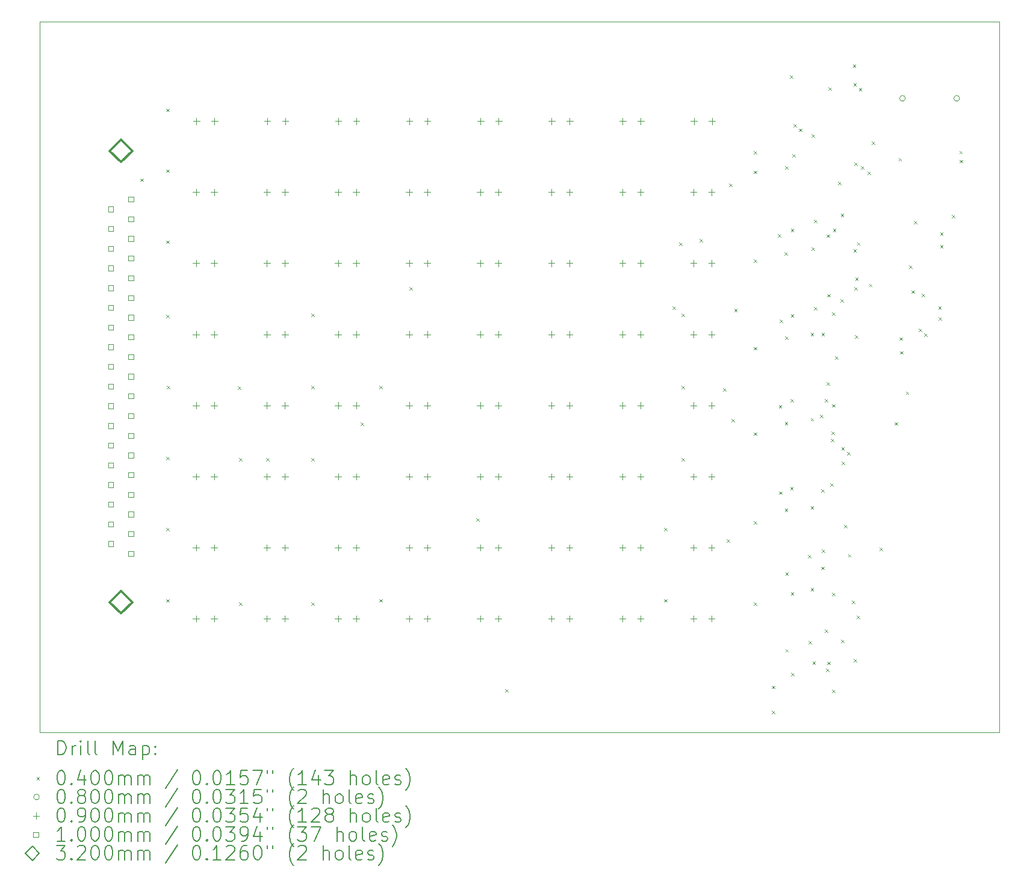
<source format=gbr>
%TF.GenerationSoftware,KiCad,Pcbnew,7.0.5*%
%TF.CreationDate,2023-09-10T10:55:36+02:00*%
%TF.ProjectId,LED-Matrix,4c45442d-4d61-4747-9269-782e6b696361,rev?*%
%TF.SameCoordinates,Original*%
%TF.FileFunction,Drillmap*%
%TF.FilePolarity,Positive*%
%FSLAX45Y45*%
G04 Gerber Fmt 4.5, Leading zero omitted, Abs format (unit mm)*
G04 Created by KiCad (PCBNEW 7.0.5) date 2023-09-10 10:55:36*
%MOMM*%
%LPD*%
G01*
G04 APERTURE LIST*
%ADD10C,0.100000*%
%ADD11C,0.200000*%
%ADD12C,0.040000*%
%ADD13C,0.080000*%
%ADD14C,0.090000*%
%ADD15C,0.320000*%
G04 APERTURE END LIST*
D10*
X10000000Y-4000000D02*
X23500000Y-4000000D01*
X23500000Y-14000000D01*
X10000000Y-14000000D01*
X10000000Y-4000000D01*
D11*
D12*
X11414355Y-6207355D02*
X11454355Y-6247355D01*
X11454355Y-6207355D02*
X11414355Y-6247355D01*
X11780000Y-5225000D02*
X11820000Y-5265000D01*
X11820000Y-5225000D02*
X11780000Y-5265000D01*
X11780000Y-6080000D02*
X11820000Y-6120000D01*
X11820000Y-6080000D02*
X11780000Y-6120000D01*
X11780000Y-7080000D02*
X11820000Y-7120000D01*
X11820000Y-7080000D02*
X11780000Y-7120000D01*
X11780000Y-8125000D02*
X11820000Y-8165000D01*
X11820000Y-8125000D02*
X11780000Y-8165000D01*
X11780000Y-10125000D02*
X11820000Y-10165000D01*
X11820000Y-10125000D02*
X11780000Y-10165000D01*
X11780000Y-11125000D02*
X11820000Y-11165000D01*
X11820000Y-11125000D02*
X11780000Y-11165000D01*
X11780000Y-12125000D02*
X11820000Y-12165000D01*
X11820000Y-12125000D02*
X11780000Y-12165000D01*
X11791000Y-9124000D02*
X11831000Y-9164000D01*
X11831000Y-9124000D02*
X11791000Y-9164000D01*
X12785730Y-9130730D02*
X12825730Y-9170730D01*
X12825730Y-9130730D02*
X12785730Y-9170730D01*
X12807000Y-10140000D02*
X12847000Y-10180000D01*
X12847000Y-10140000D02*
X12807000Y-10180000D01*
X12807000Y-12172000D02*
X12847000Y-12212000D01*
X12847000Y-12172000D02*
X12807000Y-12212000D01*
X13188000Y-10140000D02*
X13228000Y-10180000D01*
X13228000Y-10140000D02*
X13188000Y-10180000D01*
X13823000Y-8108000D02*
X13863000Y-8148000D01*
X13863000Y-8108000D02*
X13823000Y-8148000D01*
X13823000Y-9124000D02*
X13863000Y-9164000D01*
X13863000Y-9124000D02*
X13823000Y-9164000D01*
X13823000Y-10140000D02*
X13863000Y-10180000D01*
X13863000Y-10140000D02*
X13823000Y-10180000D01*
X13823000Y-12172000D02*
X13863000Y-12212000D01*
X13863000Y-12172000D02*
X13823000Y-12212000D01*
X14513100Y-9640230D02*
X14553100Y-9680230D01*
X14553100Y-9640230D02*
X14513100Y-9680230D01*
X14780000Y-9125000D02*
X14820000Y-9165000D01*
X14820000Y-9125000D02*
X14780000Y-9165000D01*
X14780000Y-12125000D02*
X14820000Y-12165000D01*
X14820000Y-12125000D02*
X14780000Y-12165000D01*
X15197490Y-7737670D02*
X15237490Y-7777670D01*
X15237490Y-7737670D02*
X15197490Y-7777670D01*
X16143250Y-10988790D02*
X16183250Y-11028790D01*
X16183250Y-10988790D02*
X16143250Y-11028790D01*
X16547690Y-13391370D02*
X16587690Y-13431370D01*
X16587690Y-13391370D02*
X16547690Y-13431370D01*
X18780000Y-11125000D02*
X18820000Y-11165000D01*
X18820000Y-11125000D02*
X18780000Y-11165000D01*
X18780000Y-12125000D02*
X18820000Y-12165000D01*
X18820000Y-12125000D02*
X18780000Y-12165000D01*
X18903000Y-8006840D02*
X18943000Y-8046840D01*
X18943000Y-8006840D02*
X18903000Y-8046840D01*
X18991780Y-7107360D02*
X19031780Y-7147360D01*
X19031780Y-7107360D02*
X18991780Y-7147360D01*
X19030000Y-8108000D02*
X19070000Y-8148000D01*
X19070000Y-8108000D02*
X19030000Y-8148000D01*
X19030000Y-9124000D02*
X19070000Y-9164000D01*
X19070000Y-9124000D02*
X19030000Y-9164000D01*
X19030000Y-10140000D02*
X19070000Y-10180000D01*
X19070000Y-10140000D02*
X19030000Y-10180000D01*
X19284000Y-7059290D02*
X19324000Y-7099290D01*
X19324000Y-7059290D02*
X19284000Y-7099290D01*
X19612690Y-9156680D02*
X19652690Y-9196680D01*
X19652690Y-9156680D02*
X19612690Y-9196680D01*
X19665000Y-11283000D02*
X19705000Y-11323000D01*
X19705000Y-11283000D02*
X19665000Y-11323000D01*
X19696620Y-6277070D02*
X19736620Y-6317070D01*
X19736620Y-6277070D02*
X19696620Y-6317070D01*
X19733140Y-9590050D02*
X19773140Y-9630050D01*
X19773140Y-9590050D02*
X19733140Y-9630050D01*
X19768000Y-8042500D02*
X19808000Y-8082500D01*
X19808000Y-8042500D02*
X19768000Y-8082500D01*
X20046000Y-5822000D02*
X20086000Y-5862000D01*
X20086000Y-5822000D02*
X20046000Y-5862000D01*
X20046000Y-6097660D02*
X20086000Y-6137660D01*
X20086000Y-6097660D02*
X20046000Y-6137660D01*
X20046000Y-7346000D02*
X20086000Y-7386000D01*
X20086000Y-7346000D02*
X20046000Y-7386000D01*
X20046000Y-8578050D02*
X20086000Y-8618050D01*
X20086000Y-8578050D02*
X20046000Y-8618050D01*
X20046000Y-9779950D02*
X20086000Y-9819950D01*
X20086000Y-9779950D02*
X20046000Y-9819950D01*
X20046000Y-11029000D02*
X20086000Y-11069000D01*
X20086000Y-11029000D02*
X20046000Y-11069000D01*
X20046000Y-12172000D02*
X20086000Y-12212000D01*
X20086000Y-12172000D02*
X20046000Y-12212000D01*
X20300000Y-13345280D02*
X20340000Y-13385280D01*
X20340000Y-13345280D02*
X20300000Y-13385280D01*
X20300000Y-13696000D02*
X20340000Y-13736000D01*
X20340000Y-13696000D02*
X20300000Y-13736000D01*
X20385080Y-6987990D02*
X20425080Y-7027990D01*
X20425080Y-6987990D02*
X20385080Y-7027990D01*
X20395700Y-9394770D02*
X20435700Y-9434770D01*
X20435700Y-9394770D02*
X20395700Y-9434770D01*
X20396410Y-10609360D02*
X20436410Y-10649360D01*
X20436410Y-10609360D02*
X20396410Y-10649360D01*
X20409580Y-8194250D02*
X20449580Y-8234250D01*
X20449580Y-8194250D02*
X20409580Y-8234250D01*
X20473750Y-7244690D02*
X20513750Y-7284690D01*
X20513750Y-7244690D02*
X20473750Y-7284690D01*
X20480090Y-9634600D02*
X20520090Y-9674600D01*
X20520090Y-9634600D02*
X20480090Y-9674600D01*
X20480090Y-10848810D02*
X20520090Y-10888810D01*
X20520090Y-10848810D02*
X20480090Y-10888810D01*
X20481970Y-6034280D02*
X20521970Y-6074280D01*
X20521970Y-6034280D02*
X20481970Y-6074280D01*
X20485690Y-8432980D02*
X20525690Y-8472980D01*
X20525690Y-8432980D02*
X20485690Y-8472980D01*
X20488810Y-11748280D02*
X20528810Y-11788280D01*
X20528810Y-11748280D02*
X20488810Y-11788280D01*
X20488810Y-12829590D02*
X20528810Y-12869590D01*
X20528810Y-12829590D02*
X20488810Y-12869590D01*
X20554000Y-4754650D02*
X20594000Y-4794650D01*
X20594000Y-4754650D02*
X20554000Y-4794650D01*
X20555620Y-10545650D02*
X20595620Y-10585650D01*
X20595620Y-10545650D02*
X20555620Y-10585650D01*
X20558390Y-9308570D02*
X20598390Y-9348570D01*
X20598390Y-9308570D02*
X20558390Y-9348570D01*
X20564000Y-12026210D02*
X20604000Y-12066210D01*
X20604000Y-12026210D02*
X20564000Y-12066210D01*
X20564640Y-6916700D02*
X20604640Y-6956700D01*
X20604640Y-6916700D02*
X20564640Y-6956700D01*
X20564640Y-8115200D02*
X20604640Y-8155200D01*
X20604640Y-8115200D02*
X20564640Y-8155200D01*
X20570470Y-13160670D02*
X20610470Y-13200670D01*
X20610470Y-13160670D02*
X20570470Y-13200670D01*
X20583230Y-5866050D02*
X20623230Y-5906050D01*
X20623230Y-5866050D02*
X20583230Y-5906050D01*
X20600330Y-5443410D02*
X20640330Y-5483410D01*
X20640330Y-5443410D02*
X20600330Y-5483410D01*
X20679860Y-5505640D02*
X20719860Y-5545640D01*
X20719860Y-5505640D02*
X20679860Y-5545640D01*
X20807090Y-11506460D02*
X20847090Y-11546460D01*
X20847090Y-11506460D02*
X20807090Y-11546460D01*
X20816650Y-12715490D02*
X20856650Y-12755490D01*
X20856650Y-12715490D02*
X20816650Y-12755490D01*
X20842750Y-11970000D02*
X20882750Y-12010000D01*
X20882750Y-11970000D02*
X20842750Y-12010000D01*
X20843210Y-8377500D02*
X20883210Y-8417500D01*
X20883210Y-8377500D02*
X20843210Y-8417500D01*
X20843210Y-9577500D02*
X20883210Y-9617500D01*
X20883210Y-9577500D02*
X20843210Y-9617500D01*
X20843760Y-10817130D02*
X20883760Y-10857130D01*
X20883760Y-10817130D02*
X20843760Y-10857130D01*
X20855260Y-5587500D02*
X20895260Y-5627500D01*
X20895260Y-5587500D02*
X20855260Y-5627500D01*
X20855620Y-7176550D02*
X20895620Y-7216550D01*
X20895620Y-7176550D02*
X20855620Y-7216550D01*
X20868440Y-13002840D02*
X20908440Y-13042840D01*
X20908440Y-13002840D02*
X20868440Y-13042840D01*
X20887530Y-6787500D02*
X20927530Y-6827500D01*
X20927530Y-6787500D02*
X20887530Y-6827500D01*
X20887990Y-8015370D02*
X20927990Y-8055370D01*
X20927990Y-8015370D02*
X20887990Y-8055370D01*
X20974080Y-9528860D02*
X21014080Y-9568860D01*
X21014080Y-9528860D02*
X20974080Y-9568860D01*
X20989350Y-10580070D02*
X21029350Y-10620070D01*
X21029350Y-10580070D02*
X20989350Y-10620070D01*
X20992040Y-11667330D02*
X21032040Y-11707330D01*
X21032040Y-11667330D02*
X20992040Y-11707330D01*
X20995250Y-8377500D02*
X21035250Y-8417500D01*
X21035250Y-8377500D02*
X20995250Y-8417500D01*
X20997670Y-11429150D02*
X21037670Y-11469150D01*
X21037670Y-11429150D02*
X20997670Y-11469150D01*
X21040000Y-12553000D02*
X21080000Y-12593000D01*
X21080000Y-12553000D02*
X21040000Y-12593000D01*
X21041850Y-9312410D02*
X21081850Y-9352410D01*
X21081850Y-9312410D02*
X21041850Y-9352410D01*
X21061070Y-13106350D02*
X21101070Y-13146350D01*
X21101070Y-13106350D02*
X21061070Y-13146350D01*
X21068060Y-9071680D02*
X21108060Y-9111680D01*
X21108060Y-9071680D02*
X21068060Y-9111680D01*
X21069160Y-6995280D02*
X21109160Y-7035280D01*
X21109160Y-6995280D02*
X21069160Y-7035280D01*
X21076030Y-13006150D02*
X21116030Y-13046150D01*
X21116030Y-13006150D02*
X21076030Y-13046150D01*
X21077510Y-7834030D02*
X21117510Y-7874030D01*
X21117510Y-7834030D02*
X21077510Y-7874030D01*
X21091330Y-4926250D02*
X21131330Y-4966250D01*
X21131330Y-4926250D02*
X21091330Y-4966250D01*
X21117780Y-10498150D02*
X21157780Y-10538150D01*
X21157780Y-10498150D02*
X21117780Y-10538150D01*
X21126250Y-9869640D02*
X21166250Y-9909640D01*
X21166250Y-9869640D02*
X21126250Y-9909640D01*
X21134690Y-9769440D02*
X21174690Y-9809440D01*
X21174690Y-9769440D02*
X21134690Y-9809440D01*
X21141570Y-9382500D02*
X21181570Y-9422500D01*
X21181570Y-9382500D02*
X21141570Y-9422500D01*
X21142840Y-13399440D02*
X21182840Y-13439440D01*
X21182840Y-13399440D02*
X21142840Y-13439440D01*
X21143850Y-12035000D02*
X21183850Y-12075000D01*
X21183850Y-12035000D02*
X21143850Y-12075000D01*
X21145750Y-8092150D02*
X21185750Y-8132150D01*
X21185750Y-8092150D02*
X21145750Y-8132150D01*
X21156060Y-6917500D02*
X21196060Y-6957500D01*
X21196060Y-6917500D02*
X21156060Y-6957500D01*
X21189050Y-8710400D02*
X21229050Y-8750400D01*
X21229050Y-8710400D02*
X21189050Y-8750400D01*
X21229090Y-6254800D02*
X21269090Y-6294800D01*
X21269090Y-6254800D02*
X21229090Y-6294800D01*
X21265450Y-7907170D02*
X21305450Y-7947170D01*
X21305450Y-7907170D02*
X21265450Y-7947170D01*
X21267440Y-6705420D02*
X21307440Y-6745420D01*
X21307440Y-6705420D02*
X21267440Y-6745420D01*
X21270940Y-12694800D02*
X21310940Y-12734800D01*
X21310940Y-12694800D02*
X21270940Y-12734800D01*
X21275680Y-9989740D02*
X21315680Y-10029740D01*
X21315680Y-9989740D02*
X21275680Y-10029740D01*
X21280000Y-10189440D02*
X21320000Y-10229440D01*
X21320000Y-10189440D02*
X21280000Y-10229440D01*
X21314030Y-11082120D02*
X21354030Y-11122120D01*
X21354030Y-11082120D02*
X21314030Y-11122120D01*
X21354610Y-10052530D02*
X21394610Y-10092530D01*
X21394610Y-10052530D02*
X21354610Y-10092530D01*
X21368820Y-11491180D02*
X21408820Y-11531180D01*
X21408820Y-11491180D02*
X21368820Y-11531180D01*
X21425650Y-12146290D02*
X21465650Y-12186290D01*
X21465650Y-12146290D02*
X21425650Y-12186290D01*
X21436140Y-4604750D02*
X21476140Y-4644750D01*
X21476140Y-4604750D02*
X21436140Y-4644750D01*
X21444460Y-4862790D02*
X21484460Y-4902790D01*
X21484460Y-4862790D02*
X21444460Y-4902790D01*
X21445030Y-7202190D02*
X21485030Y-7242190D01*
X21485030Y-7202190D02*
X21445030Y-7242190D01*
X21446630Y-12966850D02*
X21486630Y-13006850D01*
X21486630Y-12966850D02*
X21446630Y-13006850D01*
X21454320Y-5982460D02*
X21494320Y-6022460D01*
X21494320Y-5982460D02*
X21454320Y-6022460D01*
X21454760Y-7733310D02*
X21494760Y-7773310D01*
X21494760Y-7733310D02*
X21454760Y-7773310D01*
X21467860Y-8414790D02*
X21507860Y-8454790D01*
X21507860Y-8414790D02*
X21467860Y-8454790D01*
X21470410Y-7602940D02*
X21510410Y-7642940D01*
X21510410Y-7602940D02*
X21470410Y-7642940D01*
X21489500Y-12359460D02*
X21529500Y-12399460D01*
X21529500Y-12359460D02*
X21489500Y-12399460D01*
X21495060Y-7104090D02*
X21535060Y-7144090D01*
X21535060Y-7104090D02*
X21495060Y-7144090D01*
X21521020Y-4931040D02*
X21561020Y-4971040D01*
X21561020Y-4931040D02*
X21521020Y-4971040D01*
X21548610Y-6034250D02*
X21588610Y-6074250D01*
X21588610Y-6034250D02*
X21548610Y-6074250D01*
X21641220Y-6107500D02*
X21681220Y-6147500D01*
X21681220Y-6107500D02*
X21641220Y-6147500D01*
X21664290Y-7689790D02*
X21704290Y-7729790D01*
X21704290Y-7689790D02*
X21664290Y-7729790D01*
X21702410Y-5685000D02*
X21742410Y-5725000D01*
X21742410Y-5685000D02*
X21702410Y-5725000D01*
X21814350Y-11400350D02*
X21854350Y-11440350D01*
X21854350Y-11400350D02*
X21814350Y-11440350D01*
X22026610Y-9637430D02*
X22066610Y-9677430D01*
X22066610Y-9637430D02*
X22026610Y-9677430D01*
X22080190Y-5919570D02*
X22120190Y-5959570D01*
X22120190Y-5919570D02*
X22080190Y-5959570D01*
X22092980Y-8442500D02*
X22132980Y-8482500D01*
X22132980Y-8442500D02*
X22092980Y-8482500D01*
X22098500Y-8636500D02*
X22138500Y-8676500D01*
X22138500Y-8636500D02*
X22098500Y-8676500D01*
X22180060Y-9203640D02*
X22220060Y-9243640D01*
X22220060Y-9203640D02*
X22180060Y-9243640D01*
X22225460Y-7432520D02*
X22265460Y-7472520D01*
X22265460Y-7432520D02*
X22225460Y-7472520D01*
X22261270Y-7781860D02*
X22301270Y-7821860D01*
X22301270Y-7781860D02*
X22261270Y-7821860D01*
X22296950Y-6804390D02*
X22336950Y-6844390D01*
X22336950Y-6804390D02*
X22296950Y-6844390D01*
X22362550Y-8321080D02*
X22402550Y-8361080D01*
X22402550Y-8321080D02*
X22362550Y-8361080D01*
X22406660Y-7830240D02*
X22446660Y-7870240D01*
X22446660Y-7830240D02*
X22406660Y-7870240D01*
X22441550Y-8389720D02*
X22481550Y-8429720D01*
X22481550Y-8389720D02*
X22441550Y-8429720D01*
X22638520Y-8009340D02*
X22678520Y-8049340D01*
X22678520Y-8009340D02*
X22638520Y-8049340D01*
X22639750Y-8161400D02*
X22679750Y-8201400D01*
X22679750Y-8161400D02*
X22639750Y-8201400D01*
X22663300Y-7145000D02*
X22703300Y-7185000D01*
X22703300Y-7145000D02*
X22663300Y-7185000D01*
X22664720Y-6967140D02*
X22704720Y-7007140D01*
X22704720Y-6967140D02*
X22664720Y-7007140D01*
X22830800Y-6717050D02*
X22870800Y-6757050D01*
X22870800Y-6717050D02*
X22830800Y-6757050D01*
X22934230Y-5817150D02*
X22974230Y-5857150D01*
X22974230Y-5817150D02*
X22934230Y-5857150D01*
X22937340Y-5945000D02*
X22977340Y-5985000D01*
X22977340Y-5945000D02*
X22937340Y-5985000D01*
D13*
X22174750Y-5080000D02*
G75*
G03*
X22174750Y-5080000I-40000J0D01*
G01*
X22936750Y-5080000D02*
G75*
G03*
X22936750Y-5080000I-40000J0D01*
G01*
D14*
X12200000Y-6355000D02*
X12200000Y-6445000D01*
X12155000Y-6400000D02*
X12245000Y-6400000D01*
X12200000Y-7355000D02*
X12200000Y-7445000D01*
X12155000Y-7400000D02*
X12245000Y-7400000D01*
X12200000Y-8355000D02*
X12200000Y-8445000D01*
X12155000Y-8400000D02*
X12245000Y-8400000D01*
X12200000Y-9355000D02*
X12200000Y-9445000D01*
X12155000Y-9400000D02*
X12245000Y-9400000D01*
X12200000Y-10355000D02*
X12200000Y-10445000D01*
X12155000Y-10400000D02*
X12245000Y-10400000D01*
X12200000Y-11355000D02*
X12200000Y-11445000D01*
X12155000Y-11400000D02*
X12245000Y-11400000D01*
X12200000Y-12355000D02*
X12200000Y-12445000D01*
X12155000Y-12400000D02*
X12245000Y-12400000D01*
X12206000Y-5355000D02*
X12206000Y-5445000D01*
X12161000Y-5400000D02*
X12251000Y-5400000D01*
X12454000Y-6355000D02*
X12454000Y-6445000D01*
X12409000Y-6400000D02*
X12499000Y-6400000D01*
X12454000Y-7355000D02*
X12454000Y-7445000D01*
X12409000Y-7400000D02*
X12499000Y-7400000D01*
X12454000Y-8355000D02*
X12454000Y-8445000D01*
X12409000Y-8400000D02*
X12499000Y-8400000D01*
X12454000Y-9355000D02*
X12454000Y-9445000D01*
X12409000Y-9400000D02*
X12499000Y-9400000D01*
X12454000Y-10355000D02*
X12454000Y-10445000D01*
X12409000Y-10400000D02*
X12499000Y-10400000D01*
X12454000Y-11355000D02*
X12454000Y-11445000D01*
X12409000Y-11400000D02*
X12499000Y-11400000D01*
X12454000Y-12355000D02*
X12454000Y-12445000D01*
X12409000Y-12400000D02*
X12499000Y-12400000D01*
X12460000Y-5355000D02*
X12460000Y-5445000D01*
X12415000Y-5400000D02*
X12505000Y-5400000D01*
X13196500Y-6355000D02*
X13196500Y-6445000D01*
X13151500Y-6400000D02*
X13241500Y-6400000D01*
X13196500Y-7355000D02*
X13196500Y-7445000D01*
X13151500Y-7400000D02*
X13241500Y-7400000D01*
X13196500Y-8355000D02*
X13196500Y-8445000D01*
X13151500Y-8400000D02*
X13241500Y-8400000D01*
X13196500Y-9355000D02*
X13196500Y-9445000D01*
X13151500Y-9400000D02*
X13241500Y-9400000D01*
X13196500Y-10355000D02*
X13196500Y-10445000D01*
X13151500Y-10400000D02*
X13241500Y-10400000D01*
X13196500Y-11355000D02*
X13196500Y-11445000D01*
X13151500Y-11400000D02*
X13241500Y-11400000D01*
X13196500Y-12355000D02*
X13196500Y-12445000D01*
X13151500Y-12400000D02*
X13241500Y-12400000D01*
X13200000Y-5355000D02*
X13200000Y-5445000D01*
X13155000Y-5400000D02*
X13245000Y-5400000D01*
X13450500Y-6355000D02*
X13450500Y-6445000D01*
X13405500Y-6400000D02*
X13495500Y-6400000D01*
X13450500Y-7355000D02*
X13450500Y-7445000D01*
X13405500Y-7400000D02*
X13495500Y-7400000D01*
X13450500Y-8355000D02*
X13450500Y-8445000D01*
X13405500Y-8400000D02*
X13495500Y-8400000D01*
X13450500Y-9355000D02*
X13450500Y-9445000D01*
X13405500Y-9400000D02*
X13495500Y-9400000D01*
X13450500Y-10355000D02*
X13450500Y-10445000D01*
X13405500Y-10400000D02*
X13495500Y-10400000D01*
X13450500Y-11355000D02*
X13450500Y-11445000D01*
X13405500Y-11400000D02*
X13495500Y-11400000D01*
X13450500Y-12355000D02*
X13450500Y-12445000D01*
X13405500Y-12400000D02*
X13495500Y-12400000D01*
X13454000Y-5355000D02*
X13454000Y-5445000D01*
X13409000Y-5400000D02*
X13499000Y-5400000D01*
X14196500Y-6355000D02*
X14196500Y-6445000D01*
X14151500Y-6400000D02*
X14241500Y-6400000D01*
X14196500Y-7355000D02*
X14196500Y-7445000D01*
X14151500Y-7400000D02*
X14241500Y-7400000D01*
X14196500Y-8355000D02*
X14196500Y-8445000D01*
X14151500Y-8400000D02*
X14241500Y-8400000D01*
X14196500Y-9355000D02*
X14196500Y-9445000D01*
X14151500Y-9400000D02*
X14241500Y-9400000D01*
X14196500Y-10355000D02*
X14196500Y-10445000D01*
X14151500Y-10400000D02*
X14241500Y-10400000D01*
X14196500Y-11355000D02*
X14196500Y-11445000D01*
X14151500Y-11400000D02*
X14241500Y-11400000D01*
X14196500Y-12355000D02*
X14196500Y-12445000D01*
X14151500Y-12400000D02*
X14241500Y-12400000D01*
X14200000Y-5355000D02*
X14200000Y-5445000D01*
X14155000Y-5400000D02*
X14245000Y-5400000D01*
X14450500Y-6355000D02*
X14450500Y-6445000D01*
X14405500Y-6400000D02*
X14495500Y-6400000D01*
X14450500Y-7355000D02*
X14450500Y-7445000D01*
X14405500Y-7400000D02*
X14495500Y-7400000D01*
X14450500Y-8355000D02*
X14450500Y-8445000D01*
X14405500Y-8400000D02*
X14495500Y-8400000D01*
X14450500Y-9355000D02*
X14450500Y-9445000D01*
X14405500Y-9400000D02*
X14495500Y-9400000D01*
X14450500Y-10355000D02*
X14450500Y-10445000D01*
X14405500Y-10400000D02*
X14495500Y-10400000D01*
X14450500Y-11355000D02*
X14450500Y-11445000D01*
X14405500Y-11400000D02*
X14495500Y-11400000D01*
X14450500Y-12355000D02*
X14450500Y-12445000D01*
X14405500Y-12400000D02*
X14495500Y-12400000D01*
X14454000Y-5355000D02*
X14454000Y-5445000D01*
X14409000Y-5400000D02*
X14499000Y-5400000D01*
X15196500Y-6355000D02*
X15196500Y-6445000D01*
X15151500Y-6400000D02*
X15241500Y-6400000D01*
X15196500Y-7355000D02*
X15196500Y-7445000D01*
X15151500Y-7400000D02*
X15241500Y-7400000D01*
X15196500Y-8355000D02*
X15196500Y-8445000D01*
X15151500Y-8400000D02*
X15241500Y-8400000D01*
X15196500Y-9355000D02*
X15196500Y-9445000D01*
X15151500Y-9400000D02*
X15241500Y-9400000D01*
X15196500Y-10355000D02*
X15196500Y-10445000D01*
X15151500Y-10400000D02*
X15241500Y-10400000D01*
X15196500Y-11355000D02*
X15196500Y-11445000D01*
X15151500Y-11400000D02*
X15241500Y-11400000D01*
X15196500Y-12355000D02*
X15196500Y-12445000D01*
X15151500Y-12400000D02*
X15241500Y-12400000D01*
X15200000Y-5355000D02*
X15200000Y-5445000D01*
X15155000Y-5400000D02*
X15245000Y-5400000D01*
X15450500Y-6355000D02*
X15450500Y-6445000D01*
X15405500Y-6400000D02*
X15495500Y-6400000D01*
X15450500Y-7355000D02*
X15450500Y-7445000D01*
X15405500Y-7400000D02*
X15495500Y-7400000D01*
X15450500Y-8355000D02*
X15450500Y-8445000D01*
X15405500Y-8400000D02*
X15495500Y-8400000D01*
X15450500Y-9355000D02*
X15450500Y-9445000D01*
X15405500Y-9400000D02*
X15495500Y-9400000D01*
X15450500Y-10355000D02*
X15450500Y-10445000D01*
X15405500Y-10400000D02*
X15495500Y-10400000D01*
X15450500Y-11355000D02*
X15450500Y-11445000D01*
X15405500Y-11400000D02*
X15495500Y-11400000D01*
X15450500Y-12355000D02*
X15450500Y-12445000D01*
X15405500Y-12400000D02*
X15495500Y-12400000D01*
X15454000Y-5355000D02*
X15454000Y-5445000D01*
X15409000Y-5400000D02*
X15499000Y-5400000D01*
X16196500Y-6355000D02*
X16196500Y-6445000D01*
X16151500Y-6400000D02*
X16241500Y-6400000D01*
X16196500Y-7355000D02*
X16196500Y-7445000D01*
X16151500Y-7400000D02*
X16241500Y-7400000D01*
X16196500Y-8355000D02*
X16196500Y-8445000D01*
X16151500Y-8400000D02*
X16241500Y-8400000D01*
X16196500Y-9355000D02*
X16196500Y-9445000D01*
X16151500Y-9400000D02*
X16241500Y-9400000D01*
X16196500Y-10355000D02*
X16196500Y-10445000D01*
X16151500Y-10400000D02*
X16241500Y-10400000D01*
X16196500Y-11355000D02*
X16196500Y-11445000D01*
X16151500Y-11400000D02*
X16241500Y-11400000D01*
X16196500Y-12355000D02*
X16196500Y-12445000D01*
X16151500Y-12400000D02*
X16241500Y-12400000D01*
X16200000Y-5355000D02*
X16200000Y-5445000D01*
X16155000Y-5400000D02*
X16245000Y-5400000D01*
X16450500Y-6355000D02*
X16450500Y-6445000D01*
X16405500Y-6400000D02*
X16495500Y-6400000D01*
X16450500Y-7355000D02*
X16450500Y-7445000D01*
X16405500Y-7400000D02*
X16495500Y-7400000D01*
X16450500Y-8355000D02*
X16450500Y-8445000D01*
X16405500Y-8400000D02*
X16495500Y-8400000D01*
X16450500Y-9355000D02*
X16450500Y-9445000D01*
X16405500Y-9400000D02*
X16495500Y-9400000D01*
X16450500Y-10355000D02*
X16450500Y-10445000D01*
X16405500Y-10400000D02*
X16495500Y-10400000D01*
X16450500Y-11355000D02*
X16450500Y-11445000D01*
X16405500Y-11400000D02*
X16495500Y-11400000D01*
X16450500Y-12355000D02*
X16450500Y-12445000D01*
X16405500Y-12400000D02*
X16495500Y-12400000D01*
X16454000Y-5355000D02*
X16454000Y-5445000D01*
X16409000Y-5400000D02*
X16499000Y-5400000D01*
X17196500Y-6355000D02*
X17196500Y-6445000D01*
X17151500Y-6400000D02*
X17241500Y-6400000D01*
X17196500Y-7355000D02*
X17196500Y-7445000D01*
X17151500Y-7400000D02*
X17241500Y-7400000D01*
X17196500Y-8355000D02*
X17196500Y-8445000D01*
X17151500Y-8400000D02*
X17241500Y-8400000D01*
X17196500Y-9355000D02*
X17196500Y-9445000D01*
X17151500Y-9400000D02*
X17241500Y-9400000D01*
X17196500Y-10355000D02*
X17196500Y-10445000D01*
X17151500Y-10400000D02*
X17241500Y-10400000D01*
X17196500Y-11355000D02*
X17196500Y-11445000D01*
X17151500Y-11400000D02*
X17241500Y-11400000D01*
X17196500Y-12355000D02*
X17196500Y-12445000D01*
X17151500Y-12400000D02*
X17241500Y-12400000D01*
X17200000Y-5355000D02*
X17200000Y-5445000D01*
X17155000Y-5400000D02*
X17245000Y-5400000D01*
X17450500Y-6355000D02*
X17450500Y-6445000D01*
X17405500Y-6400000D02*
X17495500Y-6400000D01*
X17450500Y-7355000D02*
X17450500Y-7445000D01*
X17405500Y-7400000D02*
X17495500Y-7400000D01*
X17450500Y-8355000D02*
X17450500Y-8445000D01*
X17405500Y-8400000D02*
X17495500Y-8400000D01*
X17450500Y-9355000D02*
X17450500Y-9445000D01*
X17405500Y-9400000D02*
X17495500Y-9400000D01*
X17450500Y-10355000D02*
X17450500Y-10445000D01*
X17405500Y-10400000D02*
X17495500Y-10400000D01*
X17450500Y-11355000D02*
X17450500Y-11445000D01*
X17405500Y-11400000D02*
X17495500Y-11400000D01*
X17450500Y-12355000D02*
X17450500Y-12445000D01*
X17405500Y-12400000D02*
X17495500Y-12400000D01*
X17454000Y-5355000D02*
X17454000Y-5445000D01*
X17409000Y-5400000D02*
X17499000Y-5400000D01*
X18196500Y-6355000D02*
X18196500Y-6445000D01*
X18151500Y-6400000D02*
X18241500Y-6400000D01*
X18196500Y-7355000D02*
X18196500Y-7445000D01*
X18151500Y-7400000D02*
X18241500Y-7400000D01*
X18196500Y-8355000D02*
X18196500Y-8445000D01*
X18151500Y-8400000D02*
X18241500Y-8400000D01*
X18196500Y-9355000D02*
X18196500Y-9445000D01*
X18151500Y-9400000D02*
X18241500Y-9400000D01*
X18196500Y-10355000D02*
X18196500Y-10445000D01*
X18151500Y-10400000D02*
X18241500Y-10400000D01*
X18196500Y-11355000D02*
X18196500Y-11445000D01*
X18151500Y-11400000D02*
X18241500Y-11400000D01*
X18196500Y-12355000D02*
X18196500Y-12445000D01*
X18151500Y-12400000D02*
X18241500Y-12400000D01*
X18200000Y-5355000D02*
X18200000Y-5445000D01*
X18155000Y-5400000D02*
X18245000Y-5400000D01*
X18450500Y-6355000D02*
X18450500Y-6445000D01*
X18405500Y-6400000D02*
X18495500Y-6400000D01*
X18450500Y-7355000D02*
X18450500Y-7445000D01*
X18405500Y-7400000D02*
X18495500Y-7400000D01*
X18450500Y-8355000D02*
X18450500Y-8445000D01*
X18405500Y-8400000D02*
X18495500Y-8400000D01*
X18450500Y-9355000D02*
X18450500Y-9445000D01*
X18405500Y-9400000D02*
X18495500Y-9400000D01*
X18450500Y-10355000D02*
X18450500Y-10445000D01*
X18405500Y-10400000D02*
X18495500Y-10400000D01*
X18450500Y-11355000D02*
X18450500Y-11445000D01*
X18405500Y-11400000D02*
X18495500Y-11400000D01*
X18450500Y-12355000D02*
X18450500Y-12445000D01*
X18405500Y-12400000D02*
X18495500Y-12400000D01*
X18454000Y-5355000D02*
X18454000Y-5445000D01*
X18409000Y-5400000D02*
X18499000Y-5400000D01*
X19196500Y-6355000D02*
X19196500Y-6445000D01*
X19151500Y-6400000D02*
X19241500Y-6400000D01*
X19196500Y-7355000D02*
X19196500Y-7445000D01*
X19151500Y-7400000D02*
X19241500Y-7400000D01*
X19196500Y-8355000D02*
X19196500Y-8445000D01*
X19151500Y-8400000D02*
X19241500Y-8400000D01*
X19196500Y-9355000D02*
X19196500Y-9445000D01*
X19151500Y-9400000D02*
X19241500Y-9400000D01*
X19196500Y-10355000D02*
X19196500Y-10445000D01*
X19151500Y-10400000D02*
X19241500Y-10400000D01*
X19196500Y-11355000D02*
X19196500Y-11445000D01*
X19151500Y-11400000D02*
X19241500Y-11400000D01*
X19196500Y-12355000D02*
X19196500Y-12445000D01*
X19151500Y-12400000D02*
X19241500Y-12400000D01*
X19200000Y-5355000D02*
X19200000Y-5445000D01*
X19155000Y-5400000D02*
X19245000Y-5400000D01*
X19450500Y-6355000D02*
X19450500Y-6445000D01*
X19405500Y-6400000D02*
X19495500Y-6400000D01*
X19450500Y-7355000D02*
X19450500Y-7445000D01*
X19405500Y-7400000D02*
X19495500Y-7400000D01*
X19450500Y-8355000D02*
X19450500Y-8445000D01*
X19405500Y-8400000D02*
X19495500Y-8400000D01*
X19450500Y-9355000D02*
X19450500Y-9445000D01*
X19405500Y-9400000D02*
X19495500Y-9400000D01*
X19450500Y-10355000D02*
X19450500Y-10445000D01*
X19405500Y-10400000D02*
X19495500Y-10400000D01*
X19450500Y-11355000D02*
X19450500Y-11445000D01*
X19405500Y-11400000D02*
X19495500Y-11400000D01*
X19450500Y-12355000D02*
X19450500Y-12445000D01*
X19405500Y-12400000D02*
X19495500Y-12400000D01*
X19454000Y-5355000D02*
X19454000Y-5445000D01*
X19409000Y-5400000D02*
X19499000Y-5400000D01*
D10*
X11035356Y-6673356D02*
X11035356Y-6602644D01*
X10964644Y-6602644D01*
X10964644Y-6673356D01*
X11035356Y-6673356D01*
X11035356Y-6950356D02*
X11035356Y-6879644D01*
X10964644Y-6879644D01*
X10964644Y-6950356D01*
X11035356Y-6950356D01*
X11035356Y-7227356D02*
X11035356Y-7156644D01*
X10964644Y-7156644D01*
X10964644Y-7227356D01*
X11035356Y-7227356D01*
X11035356Y-7504356D02*
X11035356Y-7433644D01*
X10964644Y-7433644D01*
X10964644Y-7504356D01*
X11035356Y-7504356D01*
X11035356Y-7781356D02*
X11035356Y-7710644D01*
X10964644Y-7710644D01*
X10964644Y-7781356D01*
X11035356Y-7781356D01*
X11035356Y-8058356D02*
X11035356Y-7987644D01*
X10964644Y-7987644D01*
X10964644Y-8058356D01*
X11035356Y-8058356D01*
X11035356Y-8335356D02*
X11035356Y-8264644D01*
X10964644Y-8264644D01*
X10964644Y-8335356D01*
X11035356Y-8335356D01*
X11035356Y-8612356D02*
X11035356Y-8541644D01*
X10964644Y-8541644D01*
X10964644Y-8612356D01*
X11035356Y-8612356D01*
X11035356Y-8889356D02*
X11035356Y-8818644D01*
X10964644Y-8818644D01*
X10964644Y-8889356D01*
X11035356Y-8889356D01*
X11035356Y-9166356D02*
X11035356Y-9095644D01*
X10964644Y-9095644D01*
X10964644Y-9166356D01*
X11035356Y-9166356D01*
X11035356Y-9443356D02*
X11035356Y-9372644D01*
X10964644Y-9372644D01*
X10964644Y-9443356D01*
X11035356Y-9443356D01*
X11035356Y-9720356D02*
X11035356Y-9649644D01*
X10964644Y-9649644D01*
X10964644Y-9720356D01*
X11035356Y-9720356D01*
X11035356Y-9997356D02*
X11035356Y-9926644D01*
X10964644Y-9926644D01*
X10964644Y-9997356D01*
X11035356Y-9997356D01*
X11035356Y-10274356D02*
X11035356Y-10203644D01*
X10964644Y-10203644D01*
X10964644Y-10274356D01*
X11035356Y-10274356D01*
X11035356Y-10551356D02*
X11035356Y-10480644D01*
X10964644Y-10480644D01*
X10964644Y-10551356D01*
X11035356Y-10551356D01*
X11035356Y-10828356D02*
X11035356Y-10757644D01*
X10964644Y-10757644D01*
X10964644Y-10828356D01*
X11035356Y-10828356D01*
X11035356Y-11105356D02*
X11035356Y-11034644D01*
X10964644Y-11034644D01*
X10964644Y-11105356D01*
X11035356Y-11105356D01*
X11035356Y-11382356D02*
X11035356Y-11311644D01*
X10964644Y-11311644D01*
X10964644Y-11382356D01*
X11035356Y-11382356D01*
X11319356Y-6534856D02*
X11319356Y-6464144D01*
X11248644Y-6464144D01*
X11248644Y-6534856D01*
X11319356Y-6534856D01*
X11319356Y-6811856D02*
X11319356Y-6741144D01*
X11248644Y-6741144D01*
X11248644Y-6811856D01*
X11319356Y-6811856D01*
X11319356Y-7088856D02*
X11319356Y-7018144D01*
X11248644Y-7018144D01*
X11248644Y-7088856D01*
X11319356Y-7088856D01*
X11319356Y-7365856D02*
X11319356Y-7295144D01*
X11248644Y-7295144D01*
X11248644Y-7365856D01*
X11319356Y-7365856D01*
X11319356Y-7642856D02*
X11319356Y-7572144D01*
X11248644Y-7572144D01*
X11248644Y-7642856D01*
X11319356Y-7642856D01*
X11319356Y-7919856D02*
X11319356Y-7849144D01*
X11248644Y-7849144D01*
X11248644Y-7919856D01*
X11319356Y-7919856D01*
X11319356Y-8196856D02*
X11319356Y-8126144D01*
X11248644Y-8126144D01*
X11248644Y-8196856D01*
X11319356Y-8196856D01*
X11319356Y-8473856D02*
X11319356Y-8403144D01*
X11248644Y-8403144D01*
X11248644Y-8473856D01*
X11319356Y-8473856D01*
X11319356Y-8750856D02*
X11319356Y-8680144D01*
X11248644Y-8680144D01*
X11248644Y-8750856D01*
X11319356Y-8750856D01*
X11319356Y-9027856D02*
X11319356Y-8957144D01*
X11248644Y-8957144D01*
X11248644Y-9027856D01*
X11319356Y-9027856D01*
X11319356Y-9304856D02*
X11319356Y-9234144D01*
X11248644Y-9234144D01*
X11248644Y-9304856D01*
X11319356Y-9304856D01*
X11319356Y-9581856D02*
X11319356Y-9511144D01*
X11248644Y-9511144D01*
X11248644Y-9581856D01*
X11319356Y-9581856D01*
X11319356Y-9858856D02*
X11319356Y-9788144D01*
X11248644Y-9788144D01*
X11248644Y-9858856D01*
X11319356Y-9858856D01*
X11319356Y-10135856D02*
X11319356Y-10065144D01*
X11248644Y-10065144D01*
X11248644Y-10135856D01*
X11319356Y-10135856D01*
X11319356Y-10412856D02*
X11319356Y-10342144D01*
X11248644Y-10342144D01*
X11248644Y-10412856D01*
X11319356Y-10412856D01*
X11319356Y-10689856D02*
X11319356Y-10619144D01*
X11248644Y-10619144D01*
X11248644Y-10689856D01*
X11319356Y-10689856D01*
X11319356Y-10966856D02*
X11319356Y-10896144D01*
X11248644Y-10896144D01*
X11248644Y-10966856D01*
X11319356Y-10966856D01*
X11319356Y-11243856D02*
X11319356Y-11173144D01*
X11248644Y-11173144D01*
X11248644Y-11243856D01*
X11319356Y-11243856D01*
X11319356Y-11520856D02*
X11319356Y-11450144D01*
X11248644Y-11450144D01*
X11248644Y-11520856D01*
X11319356Y-11520856D01*
D15*
X11142000Y-5977500D02*
X11302000Y-5817500D01*
X11142000Y-5657500D01*
X10982000Y-5817500D01*
X11142000Y-5977500D01*
X11142000Y-12327500D02*
X11302000Y-12167500D01*
X11142000Y-12007500D01*
X10982000Y-12167500D01*
X11142000Y-12327500D01*
D11*
X10255777Y-14316484D02*
X10255777Y-14116484D01*
X10255777Y-14116484D02*
X10303396Y-14116484D01*
X10303396Y-14116484D02*
X10331967Y-14126008D01*
X10331967Y-14126008D02*
X10351015Y-14145055D01*
X10351015Y-14145055D02*
X10360539Y-14164103D01*
X10360539Y-14164103D02*
X10370063Y-14202198D01*
X10370063Y-14202198D02*
X10370063Y-14230769D01*
X10370063Y-14230769D02*
X10360539Y-14268865D01*
X10360539Y-14268865D02*
X10351015Y-14287912D01*
X10351015Y-14287912D02*
X10331967Y-14306960D01*
X10331967Y-14306960D02*
X10303396Y-14316484D01*
X10303396Y-14316484D02*
X10255777Y-14316484D01*
X10455777Y-14316484D02*
X10455777Y-14183150D01*
X10455777Y-14221246D02*
X10465301Y-14202198D01*
X10465301Y-14202198D02*
X10474824Y-14192674D01*
X10474824Y-14192674D02*
X10493872Y-14183150D01*
X10493872Y-14183150D02*
X10512920Y-14183150D01*
X10579586Y-14316484D02*
X10579586Y-14183150D01*
X10579586Y-14116484D02*
X10570063Y-14126008D01*
X10570063Y-14126008D02*
X10579586Y-14135531D01*
X10579586Y-14135531D02*
X10589110Y-14126008D01*
X10589110Y-14126008D02*
X10579586Y-14116484D01*
X10579586Y-14116484D02*
X10579586Y-14135531D01*
X10703396Y-14316484D02*
X10684348Y-14306960D01*
X10684348Y-14306960D02*
X10674824Y-14287912D01*
X10674824Y-14287912D02*
X10674824Y-14116484D01*
X10808158Y-14316484D02*
X10789110Y-14306960D01*
X10789110Y-14306960D02*
X10779586Y-14287912D01*
X10779586Y-14287912D02*
X10779586Y-14116484D01*
X11036729Y-14316484D02*
X11036729Y-14116484D01*
X11036729Y-14116484D02*
X11103396Y-14259341D01*
X11103396Y-14259341D02*
X11170063Y-14116484D01*
X11170063Y-14116484D02*
X11170063Y-14316484D01*
X11351015Y-14316484D02*
X11351015Y-14211722D01*
X11351015Y-14211722D02*
X11341491Y-14192674D01*
X11341491Y-14192674D02*
X11322443Y-14183150D01*
X11322443Y-14183150D02*
X11284348Y-14183150D01*
X11284348Y-14183150D02*
X11265301Y-14192674D01*
X11351015Y-14306960D02*
X11331967Y-14316484D01*
X11331967Y-14316484D02*
X11284348Y-14316484D01*
X11284348Y-14316484D02*
X11265301Y-14306960D01*
X11265301Y-14306960D02*
X11255777Y-14287912D01*
X11255777Y-14287912D02*
X11255777Y-14268865D01*
X11255777Y-14268865D02*
X11265301Y-14249817D01*
X11265301Y-14249817D02*
X11284348Y-14240293D01*
X11284348Y-14240293D02*
X11331967Y-14240293D01*
X11331967Y-14240293D02*
X11351015Y-14230769D01*
X11446253Y-14183150D02*
X11446253Y-14383150D01*
X11446253Y-14192674D02*
X11465301Y-14183150D01*
X11465301Y-14183150D02*
X11503396Y-14183150D01*
X11503396Y-14183150D02*
X11522443Y-14192674D01*
X11522443Y-14192674D02*
X11531967Y-14202198D01*
X11531967Y-14202198D02*
X11541491Y-14221246D01*
X11541491Y-14221246D02*
X11541491Y-14278388D01*
X11541491Y-14278388D02*
X11531967Y-14297436D01*
X11531967Y-14297436D02*
X11522443Y-14306960D01*
X11522443Y-14306960D02*
X11503396Y-14316484D01*
X11503396Y-14316484D02*
X11465301Y-14316484D01*
X11465301Y-14316484D02*
X11446253Y-14306960D01*
X11627205Y-14297436D02*
X11636729Y-14306960D01*
X11636729Y-14306960D02*
X11627205Y-14316484D01*
X11627205Y-14316484D02*
X11617682Y-14306960D01*
X11617682Y-14306960D02*
X11627205Y-14297436D01*
X11627205Y-14297436D02*
X11627205Y-14316484D01*
X11627205Y-14192674D02*
X11636729Y-14202198D01*
X11636729Y-14202198D02*
X11627205Y-14211722D01*
X11627205Y-14211722D02*
X11617682Y-14202198D01*
X11617682Y-14202198D02*
X11627205Y-14192674D01*
X11627205Y-14192674D02*
X11627205Y-14211722D01*
D12*
X9955000Y-14625000D02*
X9995000Y-14665000D01*
X9995000Y-14625000D02*
X9955000Y-14665000D01*
D11*
X10293872Y-14536484D02*
X10312920Y-14536484D01*
X10312920Y-14536484D02*
X10331967Y-14546008D01*
X10331967Y-14546008D02*
X10341491Y-14555531D01*
X10341491Y-14555531D02*
X10351015Y-14574579D01*
X10351015Y-14574579D02*
X10360539Y-14612674D01*
X10360539Y-14612674D02*
X10360539Y-14660293D01*
X10360539Y-14660293D02*
X10351015Y-14698388D01*
X10351015Y-14698388D02*
X10341491Y-14717436D01*
X10341491Y-14717436D02*
X10331967Y-14726960D01*
X10331967Y-14726960D02*
X10312920Y-14736484D01*
X10312920Y-14736484D02*
X10293872Y-14736484D01*
X10293872Y-14736484D02*
X10274824Y-14726960D01*
X10274824Y-14726960D02*
X10265301Y-14717436D01*
X10265301Y-14717436D02*
X10255777Y-14698388D01*
X10255777Y-14698388D02*
X10246253Y-14660293D01*
X10246253Y-14660293D02*
X10246253Y-14612674D01*
X10246253Y-14612674D02*
X10255777Y-14574579D01*
X10255777Y-14574579D02*
X10265301Y-14555531D01*
X10265301Y-14555531D02*
X10274824Y-14546008D01*
X10274824Y-14546008D02*
X10293872Y-14536484D01*
X10446253Y-14717436D02*
X10455777Y-14726960D01*
X10455777Y-14726960D02*
X10446253Y-14736484D01*
X10446253Y-14736484D02*
X10436729Y-14726960D01*
X10436729Y-14726960D02*
X10446253Y-14717436D01*
X10446253Y-14717436D02*
X10446253Y-14736484D01*
X10627205Y-14603150D02*
X10627205Y-14736484D01*
X10579586Y-14526960D02*
X10531967Y-14669817D01*
X10531967Y-14669817D02*
X10655777Y-14669817D01*
X10770063Y-14536484D02*
X10789110Y-14536484D01*
X10789110Y-14536484D02*
X10808158Y-14546008D01*
X10808158Y-14546008D02*
X10817682Y-14555531D01*
X10817682Y-14555531D02*
X10827205Y-14574579D01*
X10827205Y-14574579D02*
X10836729Y-14612674D01*
X10836729Y-14612674D02*
X10836729Y-14660293D01*
X10836729Y-14660293D02*
X10827205Y-14698388D01*
X10827205Y-14698388D02*
X10817682Y-14717436D01*
X10817682Y-14717436D02*
X10808158Y-14726960D01*
X10808158Y-14726960D02*
X10789110Y-14736484D01*
X10789110Y-14736484D02*
X10770063Y-14736484D01*
X10770063Y-14736484D02*
X10751015Y-14726960D01*
X10751015Y-14726960D02*
X10741491Y-14717436D01*
X10741491Y-14717436D02*
X10731967Y-14698388D01*
X10731967Y-14698388D02*
X10722444Y-14660293D01*
X10722444Y-14660293D02*
X10722444Y-14612674D01*
X10722444Y-14612674D02*
X10731967Y-14574579D01*
X10731967Y-14574579D02*
X10741491Y-14555531D01*
X10741491Y-14555531D02*
X10751015Y-14546008D01*
X10751015Y-14546008D02*
X10770063Y-14536484D01*
X10960539Y-14536484D02*
X10979586Y-14536484D01*
X10979586Y-14536484D02*
X10998634Y-14546008D01*
X10998634Y-14546008D02*
X11008158Y-14555531D01*
X11008158Y-14555531D02*
X11017682Y-14574579D01*
X11017682Y-14574579D02*
X11027205Y-14612674D01*
X11027205Y-14612674D02*
X11027205Y-14660293D01*
X11027205Y-14660293D02*
X11017682Y-14698388D01*
X11017682Y-14698388D02*
X11008158Y-14717436D01*
X11008158Y-14717436D02*
X10998634Y-14726960D01*
X10998634Y-14726960D02*
X10979586Y-14736484D01*
X10979586Y-14736484D02*
X10960539Y-14736484D01*
X10960539Y-14736484D02*
X10941491Y-14726960D01*
X10941491Y-14726960D02*
X10931967Y-14717436D01*
X10931967Y-14717436D02*
X10922444Y-14698388D01*
X10922444Y-14698388D02*
X10912920Y-14660293D01*
X10912920Y-14660293D02*
X10912920Y-14612674D01*
X10912920Y-14612674D02*
X10922444Y-14574579D01*
X10922444Y-14574579D02*
X10931967Y-14555531D01*
X10931967Y-14555531D02*
X10941491Y-14546008D01*
X10941491Y-14546008D02*
X10960539Y-14536484D01*
X11112920Y-14736484D02*
X11112920Y-14603150D01*
X11112920Y-14622198D02*
X11122444Y-14612674D01*
X11122444Y-14612674D02*
X11141491Y-14603150D01*
X11141491Y-14603150D02*
X11170063Y-14603150D01*
X11170063Y-14603150D02*
X11189110Y-14612674D01*
X11189110Y-14612674D02*
X11198634Y-14631722D01*
X11198634Y-14631722D02*
X11198634Y-14736484D01*
X11198634Y-14631722D02*
X11208158Y-14612674D01*
X11208158Y-14612674D02*
X11227205Y-14603150D01*
X11227205Y-14603150D02*
X11255777Y-14603150D01*
X11255777Y-14603150D02*
X11274824Y-14612674D01*
X11274824Y-14612674D02*
X11284348Y-14631722D01*
X11284348Y-14631722D02*
X11284348Y-14736484D01*
X11379586Y-14736484D02*
X11379586Y-14603150D01*
X11379586Y-14622198D02*
X11389110Y-14612674D01*
X11389110Y-14612674D02*
X11408158Y-14603150D01*
X11408158Y-14603150D02*
X11436729Y-14603150D01*
X11436729Y-14603150D02*
X11455777Y-14612674D01*
X11455777Y-14612674D02*
X11465301Y-14631722D01*
X11465301Y-14631722D02*
X11465301Y-14736484D01*
X11465301Y-14631722D02*
X11474824Y-14612674D01*
X11474824Y-14612674D02*
X11493872Y-14603150D01*
X11493872Y-14603150D02*
X11522443Y-14603150D01*
X11522443Y-14603150D02*
X11541491Y-14612674D01*
X11541491Y-14612674D02*
X11551015Y-14631722D01*
X11551015Y-14631722D02*
X11551015Y-14736484D01*
X11941491Y-14526960D02*
X11770063Y-14784103D01*
X12198634Y-14536484D02*
X12217682Y-14536484D01*
X12217682Y-14536484D02*
X12236729Y-14546008D01*
X12236729Y-14546008D02*
X12246253Y-14555531D01*
X12246253Y-14555531D02*
X12255777Y-14574579D01*
X12255777Y-14574579D02*
X12265301Y-14612674D01*
X12265301Y-14612674D02*
X12265301Y-14660293D01*
X12265301Y-14660293D02*
X12255777Y-14698388D01*
X12255777Y-14698388D02*
X12246253Y-14717436D01*
X12246253Y-14717436D02*
X12236729Y-14726960D01*
X12236729Y-14726960D02*
X12217682Y-14736484D01*
X12217682Y-14736484D02*
X12198634Y-14736484D01*
X12198634Y-14736484D02*
X12179586Y-14726960D01*
X12179586Y-14726960D02*
X12170063Y-14717436D01*
X12170063Y-14717436D02*
X12160539Y-14698388D01*
X12160539Y-14698388D02*
X12151015Y-14660293D01*
X12151015Y-14660293D02*
X12151015Y-14612674D01*
X12151015Y-14612674D02*
X12160539Y-14574579D01*
X12160539Y-14574579D02*
X12170063Y-14555531D01*
X12170063Y-14555531D02*
X12179586Y-14546008D01*
X12179586Y-14546008D02*
X12198634Y-14536484D01*
X12351015Y-14717436D02*
X12360539Y-14726960D01*
X12360539Y-14726960D02*
X12351015Y-14736484D01*
X12351015Y-14736484D02*
X12341491Y-14726960D01*
X12341491Y-14726960D02*
X12351015Y-14717436D01*
X12351015Y-14717436D02*
X12351015Y-14736484D01*
X12484348Y-14536484D02*
X12503396Y-14536484D01*
X12503396Y-14536484D02*
X12522444Y-14546008D01*
X12522444Y-14546008D02*
X12531967Y-14555531D01*
X12531967Y-14555531D02*
X12541491Y-14574579D01*
X12541491Y-14574579D02*
X12551015Y-14612674D01*
X12551015Y-14612674D02*
X12551015Y-14660293D01*
X12551015Y-14660293D02*
X12541491Y-14698388D01*
X12541491Y-14698388D02*
X12531967Y-14717436D01*
X12531967Y-14717436D02*
X12522444Y-14726960D01*
X12522444Y-14726960D02*
X12503396Y-14736484D01*
X12503396Y-14736484D02*
X12484348Y-14736484D01*
X12484348Y-14736484D02*
X12465301Y-14726960D01*
X12465301Y-14726960D02*
X12455777Y-14717436D01*
X12455777Y-14717436D02*
X12446253Y-14698388D01*
X12446253Y-14698388D02*
X12436729Y-14660293D01*
X12436729Y-14660293D02*
X12436729Y-14612674D01*
X12436729Y-14612674D02*
X12446253Y-14574579D01*
X12446253Y-14574579D02*
X12455777Y-14555531D01*
X12455777Y-14555531D02*
X12465301Y-14546008D01*
X12465301Y-14546008D02*
X12484348Y-14536484D01*
X12741491Y-14736484D02*
X12627206Y-14736484D01*
X12684348Y-14736484D02*
X12684348Y-14536484D01*
X12684348Y-14536484D02*
X12665301Y-14565055D01*
X12665301Y-14565055D02*
X12646253Y-14584103D01*
X12646253Y-14584103D02*
X12627206Y-14593627D01*
X12922444Y-14536484D02*
X12827206Y-14536484D01*
X12827206Y-14536484D02*
X12817682Y-14631722D01*
X12817682Y-14631722D02*
X12827206Y-14622198D01*
X12827206Y-14622198D02*
X12846253Y-14612674D01*
X12846253Y-14612674D02*
X12893872Y-14612674D01*
X12893872Y-14612674D02*
X12912920Y-14622198D01*
X12912920Y-14622198D02*
X12922444Y-14631722D01*
X12922444Y-14631722D02*
X12931967Y-14650769D01*
X12931967Y-14650769D02*
X12931967Y-14698388D01*
X12931967Y-14698388D02*
X12922444Y-14717436D01*
X12922444Y-14717436D02*
X12912920Y-14726960D01*
X12912920Y-14726960D02*
X12893872Y-14736484D01*
X12893872Y-14736484D02*
X12846253Y-14736484D01*
X12846253Y-14736484D02*
X12827206Y-14726960D01*
X12827206Y-14726960D02*
X12817682Y-14717436D01*
X12998634Y-14536484D02*
X13131967Y-14536484D01*
X13131967Y-14536484D02*
X13046253Y-14736484D01*
X13198634Y-14536484D02*
X13198634Y-14574579D01*
X13274825Y-14536484D02*
X13274825Y-14574579D01*
X13570063Y-14812674D02*
X13560539Y-14803150D01*
X13560539Y-14803150D02*
X13541491Y-14774579D01*
X13541491Y-14774579D02*
X13531968Y-14755531D01*
X13531968Y-14755531D02*
X13522444Y-14726960D01*
X13522444Y-14726960D02*
X13512920Y-14679341D01*
X13512920Y-14679341D02*
X13512920Y-14641246D01*
X13512920Y-14641246D02*
X13522444Y-14593627D01*
X13522444Y-14593627D02*
X13531968Y-14565055D01*
X13531968Y-14565055D02*
X13541491Y-14546008D01*
X13541491Y-14546008D02*
X13560539Y-14517436D01*
X13560539Y-14517436D02*
X13570063Y-14507912D01*
X13751015Y-14736484D02*
X13636729Y-14736484D01*
X13693872Y-14736484D02*
X13693872Y-14536484D01*
X13693872Y-14536484D02*
X13674825Y-14565055D01*
X13674825Y-14565055D02*
X13655777Y-14584103D01*
X13655777Y-14584103D02*
X13636729Y-14593627D01*
X13922444Y-14603150D02*
X13922444Y-14736484D01*
X13874825Y-14526960D02*
X13827206Y-14669817D01*
X13827206Y-14669817D02*
X13951015Y-14669817D01*
X14008158Y-14536484D02*
X14131968Y-14536484D01*
X14131968Y-14536484D02*
X14065301Y-14612674D01*
X14065301Y-14612674D02*
X14093872Y-14612674D01*
X14093872Y-14612674D02*
X14112920Y-14622198D01*
X14112920Y-14622198D02*
X14122444Y-14631722D01*
X14122444Y-14631722D02*
X14131968Y-14650769D01*
X14131968Y-14650769D02*
X14131968Y-14698388D01*
X14131968Y-14698388D02*
X14122444Y-14717436D01*
X14122444Y-14717436D02*
X14112920Y-14726960D01*
X14112920Y-14726960D02*
X14093872Y-14736484D01*
X14093872Y-14736484D02*
X14036729Y-14736484D01*
X14036729Y-14736484D02*
X14017682Y-14726960D01*
X14017682Y-14726960D02*
X14008158Y-14717436D01*
X14370063Y-14736484D02*
X14370063Y-14536484D01*
X14455777Y-14736484D02*
X14455777Y-14631722D01*
X14455777Y-14631722D02*
X14446253Y-14612674D01*
X14446253Y-14612674D02*
X14427206Y-14603150D01*
X14427206Y-14603150D02*
X14398634Y-14603150D01*
X14398634Y-14603150D02*
X14379587Y-14612674D01*
X14379587Y-14612674D02*
X14370063Y-14622198D01*
X14579587Y-14736484D02*
X14560539Y-14726960D01*
X14560539Y-14726960D02*
X14551015Y-14717436D01*
X14551015Y-14717436D02*
X14541491Y-14698388D01*
X14541491Y-14698388D02*
X14541491Y-14641246D01*
X14541491Y-14641246D02*
X14551015Y-14622198D01*
X14551015Y-14622198D02*
X14560539Y-14612674D01*
X14560539Y-14612674D02*
X14579587Y-14603150D01*
X14579587Y-14603150D02*
X14608158Y-14603150D01*
X14608158Y-14603150D02*
X14627206Y-14612674D01*
X14627206Y-14612674D02*
X14636730Y-14622198D01*
X14636730Y-14622198D02*
X14646253Y-14641246D01*
X14646253Y-14641246D02*
X14646253Y-14698388D01*
X14646253Y-14698388D02*
X14636730Y-14717436D01*
X14636730Y-14717436D02*
X14627206Y-14726960D01*
X14627206Y-14726960D02*
X14608158Y-14736484D01*
X14608158Y-14736484D02*
X14579587Y-14736484D01*
X14760539Y-14736484D02*
X14741491Y-14726960D01*
X14741491Y-14726960D02*
X14731968Y-14707912D01*
X14731968Y-14707912D02*
X14731968Y-14536484D01*
X14912920Y-14726960D02*
X14893872Y-14736484D01*
X14893872Y-14736484D02*
X14855777Y-14736484D01*
X14855777Y-14736484D02*
X14836730Y-14726960D01*
X14836730Y-14726960D02*
X14827206Y-14707912D01*
X14827206Y-14707912D02*
X14827206Y-14631722D01*
X14827206Y-14631722D02*
X14836730Y-14612674D01*
X14836730Y-14612674D02*
X14855777Y-14603150D01*
X14855777Y-14603150D02*
X14893872Y-14603150D01*
X14893872Y-14603150D02*
X14912920Y-14612674D01*
X14912920Y-14612674D02*
X14922444Y-14631722D01*
X14922444Y-14631722D02*
X14922444Y-14650769D01*
X14922444Y-14650769D02*
X14827206Y-14669817D01*
X14998634Y-14726960D02*
X15017682Y-14736484D01*
X15017682Y-14736484D02*
X15055777Y-14736484D01*
X15055777Y-14736484D02*
X15074825Y-14726960D01*
X15074825Y-14726960D02*
X15084349Y-14707912D01*
X15084349Y-14707912D02*
X15084349Y-14698388D01*
X15084349Y-14698388D02*
X15074825Y-14679341D01*
X15074825Y-14679341D02*
X15055777Y-14669817D01*
X15055777Y-14669817D02*
X15027206Y-14669817D01*
X15027206Y-14669817D02*
X15008158Y-14660293D01*
X15008158Y-14660293D02*
X14998634Y-14641246D01*
X14998634Y-14641246D02*
X14998634Y-14631722D01*
X14998634Y-14631722D02*
X15008158Y-14612674D01*
X15008158Y-14612674D02*
X15027206Y-14603150D01*
X15027206Y-14603150D02*
X15055777Y-14603150D01*
X15055777Y-14603150D02*
X15074825Y-14612674D01*
X15151015Y-14812674D02*
X15160539Y-14803150D01*
X15160539Y-14803150D02*
X15179587Y-14774579D01*
X15179587Y-14774579D02*
X15189111Y-14755531D01*
X15189111Y-14755531D02*
X15198634Y-14726960D01*
X15198634Y-14726960D02*
X15208158Y-14679341D01*
X15208158Y-14679341D02*
X15208158Y-14641246D01*
X15208158Y-14641246D02*
X15198634Y-14593627D01*
X15198634Y-14593627D02*
X15189111Y-14565055D01*
X15189111Y-14565055D02*
X15179587Y-14546008D01*
X15179587Y-14546008D02*
X15160539Y-14517436D01*
X15160539Y-14517436D02*
X15151015Y-14507912D01*
D13*
X9995000Y-14909000D02*
G75*
G03*
X9995000Y-14909000I-40000J0D01*
G01*
D11*
X10293872Y-14800484D02*
X10312920Y-14800484D01*
X10312920Y-14800484D02*
X10331967Y-14810008D01*
X10331967Y-14810008D02*
X10341491Y-14819531D01*
X10341491Y-14819531D02*
X10351015Y-14838579D01*
X10351015Y-14838579D02*
X10360539Y-14876674D01*
X10360539Y-14876674D02*
X10360539Y-14924293D01*
X10360539Y-14924293D02*
X10351015Y-14962388D01*
X10351015Y-14962388D02*
X10341491Y-14981436D01*
X10341491Y-14981436D02*
X10331967Y-14990960D01*
X10331967Y-14990960D02*
X10312920Y-15000484D01*
X10312920Y-15000484D02*
X10293872Y-15000484D01*
X10293872Y-15000484D02*
X10274824Y-14990960D01*
X10274824Y-14990960D02*
X10265301Y-14981436D01*
X10265301Y-14981436D02*
X10255777Y-14962388D01*
X10255777Y-14962388D02*
X10246253Y-14924293D01*
X10246253Y-14924293D02*
X10246253Y-14876674D01*
X10246253Y-14876674D02*
X10255777Y-14838579D01*
X10255777Y-14838579D02*
X10265301Y-14819531D01*
X10265301Y-14819531D02*
X10274824Y-14810008D01*
X10274824Y-14810008D02*
X10293872Y-14800484D01*
X10446253Y-14981436D02*
X10455777Y-14990960D01*
X10455777Y-14990960D02*
X10446253Y-15000484D01*
X10446253Y-15000484D02*
X10436729Y-14990960D01*
X10436729Y-14990960D02*
X10446253Y-14981436D01*
X10446253Y-14981436D02*
X10446253Y-15000484D01*
X10570063Y-14886198D02*
X10551015Y-14876674D01*
X10551015Y-14876674D02*
X10541491Y-14867150D01*
X10541491Y-14867150D02*
X10531967Y-14848103D01*
X10531967Y-14848103D02*
X10531967Y-14838579D01*
X10531967Y-14838579D02*
X10541491Y-14819531D01*
X10541491Y-14819531D02*
X10551015Y-14810008D01*
X10551015Y-14810008D02*
X10570063Y-14800484D01*
X10570063Y-14800484D02*
X10608158Y-14800484D01*
X10608158Y-14800484D02*
X10627205Y-14810008D01*
X10627205Y-14810008D02*
X10636729Y-14819531D01*
X10636729Y-14819531D02*
X10646253Y-14838579D01*
X10646253Y-14838579D02*
X10646253Y-14848103D01*
X10646253Y-14848103D02*
X10636729Y-14867150D01*
X10636729Y-14867150D02*
X10627205Y-14876674D01*
X10627205Y-14876674D02*
X10608158Y-14886198D01*
X10608158Y-14886198D02*
X10570063Y-14886198D01*
X10570063Y-14886198D02*
X10551015Y-14895722D01*
X10551015Y-14895722D02*
X10541491Y-14905246D01*
X10541491Y-14905246D02*
X10531967Y-14924293D01*
X10531967Y-14924293D02*
X10531967Y-14962388D01*
X10531967Y-14962388D02*
X10541491Y-14981436D01*
X10541491Y-14981436D02*
X10551015Y-14990960D01*
X10551015Y-14990960D02*
X10570063Y-15000484D01*
X10570063Y-15000484D02*
X10608158Y-15000484D01*
X10608158Y-15000484D02*
X10627205Y-14990960D01*
X10627205Y-14990960D02*
X10636729Y-14981436D01*
X10636729Y-14981436D02*
X10646253Y-14962388D01*
X10646253Y-14962388D02*
X10646253Y-14924293D01*
X10646253Y-14924293D02*
X10636729Y-14905246D01*
X10636729Y-14905246D02*
X10627205Y-14895722D01*
X10627205Y-14895722D02*
X10608158Y-14886198D01*
X10770063Y-14800484D02*
X10789110Y-14800484D01*
X10789110Y-14800484D02*
X10808158Y-14810008D01*
X10808158Y-14810008D02*
X10817682Y-14819531D01*
X10817682Y-14819531D02*
X10827205Y-14838579D01*
X10827205Y-14838579D02*
X10836729Y-14876674D01*
X10836729Y-14876674D02*
X10836729Y-14924293D01*
X10836729Y-14924293D02*
X10827205Y-14962388D01*
X10827205Y-14962388D02*
X10817682Y-14981436D01*
X10817682Y-14981436D02*
X10808158Y-14990960D01*
X10808158Y-14990960D02*
X10789110Y-15000484D01*
X10789110Y-15000484D02*
X10770063Y-15000484D01*
X10770063Y-15000484D02*
X10751015Y-14990960D01*
X10751015Y-14990960D02*
X10741491Y-14981436D01*
X10741491Y-14981436D02*
X10731967Y-14962388D01*
X10731967Y-14962388D02*
X10722444Y-14924293D01*
X10722444Y-14924293D02*
X10722444Y-14876674D01*
X10722444Y-14876674D02*
X10731967Y-14838579D01*
X10731967Y-14838579D02*
X10741491Y-14819531D01*
X10741491Y-14819531D02*
X10751015Y-14810008D01*
X10751015Y-14810008D02*
X10770063Y-14800484D01*
X10960539Y-14800484D02*
X10979586Y-14800484D01*
X10979586Y-14800484D02*
X10998634Y-14810008D01*
X10998634Y-14810008D02*
X11008158Y-14819531D01*
X11008158Y-14819531D02*
X11017682Y-14838579D01*
X11017682Y-14838579D02*
X11027205Y-14876674D01*
X11027205Y-14876674D02*
X11027205Y-14924293D01*
X11027205Y-14924293D02*
X11017682Y-14962388D01*
X11017682Y-14962388D02*
X11008158Y-14981436D01*
X11008158Y-14981436D02*
X10998634Y-14990960D01*
X10998634Y-14990960D02*
X10979586Y-15000484D01*
X10979586Y-15000484D02*
X10960539Y-15000484D01*
X10960539Y-15000484D02*
X10941491Y-14990960D01*
X10941491Y-14990960D02*
X10931967Y-14981436D01*
X10931967Y-14981436D02*
X10922444Y-14962388D01*
X10922444Y-14962388D02*
X10912920Y-14924293D01*
X10912920Y-14924293D02*
X10912920Y-14876674D01*
X10912920Y-14876674D02*
X10922444Y-14838579D01*
X10922444Y-14838579D02*
X10931967Y-14819531D01*
X10931967Y-14819531D02*
X10941491Y-14810008D01*
X10941491Y-14810008D02*
X10960539Y-14800484D01*
X11112920Y-15000484D02*
X11112920Y-14867150D01*
X11112920Y-14886198D02*
X11122444Y-14876674D01*
X11122444Y-14876674D02*
X11141491Y-14867150D01*
X11141491Y-14867150D02*
X11170063Y-14867150D01*
X11170063Y-14867150D02*
X11189110Y-14876674D01*
X11189110Y-14876674D02*
X11198634Y-14895722D01*
X11198634Y-14895722D02*
X11198634Y-15000484D01*
X11198634Y-14895722D02*
X11208158Y-14876674D01*
X11208158Y-14876674D02*
X11227205Y-14867150D01*
X11227205Y-14867150D02*
X11255777Y-14867150D01*
X11255777Y-14867150D02*
X11274824Y-14876674D01*
X11274824Y-14876674D02*
X11284348Y-14895722D01*
X11284348Y-14895722D02*
X11284348Y-15000484D01*
X11379586Y-15000484D02*
X11379586Y-14867150D01*
X11379586Y-14886198D02*
X11389110Y-14876674D01*
X11389110Y-14876674D02*
X11408158Y-14867150D01*
X11408158Y-14867150D02*
X11436729Y-14867150D01*
X11436729Y-14867150D02*
X11455777Y-14876674D01*
X11455777Y-14876674D02*
X11465301Y-14895722D01*
X11465301Y-14895722D02*
X11465301Y-15000484D01*
X11465301Y-14895722D02*
X11474824Y-14876674D01*
X11474824Y-14876674D02*
X11493872Y-14867150D01*
X11493872Y-14867150D02*
X11522443Y-14867150D01*
X11522443Y-14867150D02*
X11541491Y-14876674D01*
X11541491Y-14876674D02*
X11551015Y-14895722D01*
X11551015Y-14895722D02*
X11551015Y-15000484D01*
X11941491Y-14790960D02*
X11770063Y-15048103D01*
X12198634Y-14800484D02*
X12217682Y-14800484D01*
X12217682Y-14800484D02*
X12236729Y-14810008D01*
X12236729Y-14810008D02*
X12246253Y-14819531D01*
X12246253Y-14819531D02*
X12255777Y-14838579D01*
X12255777Y-14838579D02*
X12265301Y-14876674D01*
X12265301Y-14876674D02*
X12265301Y-14924293D01*
X12265301Y-14924293D02*
X12255777Y-14962388D01*
X12255777Y-14962388D02*
X12246253Y-14981436D01*
X12246253Y-14981436D02*
X12236729Y-14990960D01*
X12236729Y-14990960D02*
X12217682Y-15000484D01*
X12217682Y-15000484D02*
X12198634Y-15000484D01*
X12198634Y-15000484D02*
X12179586Y-14990960D01*
X12179586Y-14990960D02*
X12170063Y-14981436D01*
X12170063Y-14981436D02*
X12160539Y-14962388D01*
X12160539Y-14962388D02*
X12151015Y-14924293D01*
X12151015Y-14924293D02*
X12151015Y-14876674D01*
X12151015Y-14876674D02*
X12160539Y-14838579D01*
X12160539Y-14838579D02*
X12170063Y-14819531D01*
X12170063Y-14819531D02*
X12179586Y-14810008D01*
X12179586Y-14810008D02*
X12198634Y-14800484D01*
X12351015Y-14981436D02*
X12360539Y-14990960D01*
X12360539Y-14990960D02*
X12351015Y-15000484D01*
X12351015Y-15000484D02*
X12341491Y-14990960D01*
X12341491Y-14990960D02*
X12351015Y-14981436D01*
X12351015Y-14981436D02*
X12351015Y-15000484D01*
X12484348Y-14800484D02*
X12503396Y-14800484D01*
X12503396Y-14800484D02*
X12522444Y-14810008D01*
X12522444Y-14810008D02*
X12531967Y-14819531D01*
X12531967Y-14819531D02*
X12541491Y-14838579D01*
X12541491Y-14838579D02*
X12551015Y-14876674D01*
X12551015Y-14876674D02*
X12551015Y-14924293D01*
X12551015Y-14924293D02*
X12541491Y-14962388D01*
X12541491Y-14962388D02*
X12531967Y-14981436D01*
X12531967Y-14981436D02*
X12522444Y-14990960D01*
X12522444Y-14990960D02*
X12503396Y-15000484D01*
X12503396Y-15000484D02*
X12484348Y-15000484D01*
X12484348Y-15000484D02*
X12465301Y-14990960D01*
X12465301Y-14990960D02*
X12455777Y-14981436D01*
X12455777Y-14981436D02*
X12446253Y-14962388D01*
X12446253Y-14962388D02*
X12436729Y-14924293D01*
X12436729Y-14924293D02*
X12436729Y-14876674D01*
X12436729Y-14876674D02*
X12446253Y-14838579D01*
X12446253Y-14838579D02*
X12455777Y-14819531D01*
X12455777Y-14819531D02*
X12465301Y-14810008D01*
X12465301Y-14810008D02*
X12484348Y-14800484D01*
X12617682Y-14800484D02*
X12741491Y-14800484D01*
X12741491Y-14800484D02*
X12674825Y-14876674D01*
X12674825Y-14876674D02*
X12703396Y-14876674D01*
X12703396Y-14876674D02*
X12722444Y-14886198D01*
X12722444Y-14886198D02*
X12731967Y-14895722D01*
X12731967Y-14895722D02*
X12741491Y-14914769D01*
X12741491Y-14914769D02*
X12741491Y-14962388D01*
X12741491Y-14962388D02*
X12731967Y-14981436D01*
X12731967Y-14981436D02*
X12722444Y-14990960D01*
X12722444Y-14990960D02*
X12703396Y-15000484D01*
X12703396Y-15000484D02*
X12646253Y-15000484D01*
X12646253Y-15000484D02*
X12627206Y-14990960D01*
X12627206Y-14990960D02*
X12617682Y-14981436D01*
X12931967Y-15000484D02*
X12817682Y-15000484D01*
X12874825Y-15000484D02*
X12874825Y-14800484D01*
X12874825Y-14800484D02*
X12855777Y-14829055D01*
X12855777Y-14829055D02*
X12836729Y-14848103D01*
X12836729Y-14848103D02*
X12817682Y-14857627D01*
X13112920Y-14800484D02*
X13017682Y-14800484D01*
X13017682Y-14800484D02*
X13008158Y-14895722D01*
X13008158Y-14895722D02*
X13017682Y-14886198D01*
X13017682Y-14886198D02*
X13036729Y-14876674D01*
X13036729Y-14876674D02*
X13084348Y-14876674D01*
X13084348Y-14876674D02*
X13103396Y-14886198D01*
X13103396Y-14886198D02*
X13112920Y-14895722D01*
X13112920Y-14895722D02*
X13122444Y-14914769D01*
X13122444Y-14914769D02*
X13122444Y-14962388D01*
X13122444Y-14962388D02*
X13112920Y-14981436D01*
X13112920Y-14981436D02*
X13103396Y-14990960D01*
X13103396Y-14990960D02*
X13084348Y-15000484D01*
X13084348Y-15000484D02*
X13036729Y-15000484D01*
X13036729Y-15000484D02*
X13017682Y-14990960D01*
X13017682Y-14990960D02*
X13008158Y-14981436D01*
X13198634Y-14800484D02*
X13198634Y-14838579D01*
X13274825Y-14800484D02*
X13274825Y-14838579D01*
X13570063Y-15076674D02*
X13560539Y-15067150D01*
X13560539Y-15067150D02*
X13541491Y-15038579D01*
X13541491Y-15038579D02*
X13531968Y-15019531D01*
X13531968Y-15019531D02*
X13522444Y-14990960D01*
X13522444Y-14990960D02*
X13512920Y-14943341D01*
X13512920Y-14943341D02*
X13512920Y-14905246D01*
X13512920Y-14905246D02*
X13522444Y-14857627D01*
X13522444Y-14857627D02*
X13531968Y-14829055D01*
X13531968Y-14829055D02*
X13541491Y-14810008D01*
X13541491Y-14810008D02*
X13560539Y-14781436D01*
X13560539Y-14781436D02*
X13570063Y-14771912D01*
X13636729Y-14819531D02*
X13646253Y-14810008D01*
X13646253Y-14810008D02*
X13665301Y-14800484D01*
X13665301Y-14800484D02*
X13712920Y-14800484D01*
X13712920Y-14800484D02*
X13731968Y-14810008D01*
X13731968Y-14810008D02*
X13741491Y-14819531D01*
X13741491Y-14819531D02*
X13751015Y-14838579D01*
X13751015Y-14838579D02*
X13751015Y-14857627D01*
X13751015Y-14857627D02*
X13741491Y-14886198D01*
X13741491Y-14886198D02*
X13627206Y-15000484D01*
X13627206Y-15000484D02*
X13751015Y-15000484D01*
X13989110Y-15000484D02*
X13989110Y-14800484D01*
X14074825Y-15000484D02*
X14074825Y-14895722D01*
X14074825Y-14895722D02*
X14065301Y-14876674D01*
X14065301Y-14876674D02*
X14046253Y-14867150D01*
X14046253Y-14867150D02*
X14017682Y-14867150D01*
X14017682Y-14867150D02*
X13998634Y-14876674D01*
X13998634Y-14876674D02*
X13989110Y-14886198D01*
X14198634Y-15000484D02*
X14179587Y-14990960D01*
X14179587Y-14990960D02*
X14170063Y-14981436D01*
X14170063Y-14981436D02*
X14160539Y-14962388D01*
X14160539Y-14962388D02*
X14160539Y-14905246D01*
X14160539Y-14905246D02*
X14170063Y-14886198D01*
X14170063Y-14886198D02*
X14179587Y-14876674D01*
X14179587Y-14876674D02*
X14198634Y-14867150D01*
X14198634Y-14867150D02*
X14227206Y-14867150D01*
X14227206Y-14867150D02*
X14246253Y-14876674D01*
X14246253Y-14876674D02*
X14255777Y-14886198D01*
X14255777Y-14886198D02*
X14265301Y-14905246D01*
X14265301Y-14905246D02*
X14265301Y-14962388D01*
X14265301Y-14962388D02*
X14255777Y-14981436D01*
X14255777Y-14981436D02*
X14246253Y-14990960D01*
X14246253Y-14990960D02*
X14227206Y-15000484D01*
X14227206Y-15000484D02*
X14198634Y-15000484D01*
X14379587Y-15000484D02*
X14360539Y-14990960D01*
X14360539Y-14990960D02*
X14351015Y-14971912D01*
X14351015Y-14971912D02*
X14351015Y-14800484D01*
X14531968Y-14990960D02*
X14512920Y-15000484D01*
X14512920Y-15000484D02*
X14474825Y-15000484D01*
X14474825Y-15000484D02*
X14455777Y-14990960D01*
X14455777Y-14990960D02*
X14446253Y-14971912D01*
X14446253Y-14971912D02*
X14446253Y-14895722D01*
X14446253Y-14895722D02*
X14455777Y-14876674D01*
X14455777Y-14876674D02*
X14474825Y-14867150D01*
X14474825Y-14867150D02*
X14512920Y-14867150D01*
X14512920Y-14867150D02*
X14531968Y-14876674D01*
X14531968Y-14876674D02*
X14541491Y-14895722D01*
X14541491Y-14895722D02*
X14541491Y-14914769D01*
X14541491Y-14914769D02*
X14446253Y-14933817D01*
X14617682Y-14990960D02*
X14636730Y-15000484D01*
X14636730Y-15000484D02*
X14674825Y-15000484D01*
X14674825Y-15000484D02*
X14693872Y-14990960D01*
X14693872Y-14990960D02*
X14703396Y-14971912D01*
X14703396Y-14971912D02*
X14703396Y-14962388D01*
X14703396Y-14962388D02*
X14693872Y-14943341D01*
X14693872Y-14943341D02*
X14674825Y-14933817D01*
X14674825Y-14933817D02*
X14646253Y-14933817D01*
X14646253Y-14933817D02*
X14627206Y-14924293D01*
X14627206Y-14924293D02*
X14617682Y-14905246D01*
X14617682Y-14905246D02*
X14617682Y-14895722D01*
X14617682Y-14895722D02*
X14627206Y-14876674D01*
X14627206Y-14876674D02*
X14646253Y-14867150D01*
X14646253Y-14867150D02*
X14674825Y-14867150D01*
X14674825Y-14867150D02*
X14693872Y-14876674D01*
X14770063Y-15076674D02*
X14779587Y-15067150D01*
X14779587Y-15067150D02*
X14798634Y-15038579D01*
X14798634Y-15038579D02*
X14808158Y-15019531D01*
X14808158Y-15019531D02*
X14817682Y-14990960D01*
X14817682Y-14990960D02*
X14827206Y-14943341D01*
X14827206Y-14943341D02*
X14827206Y-14905246D01*
X14827206Y-14905246D02*
X14817682Y-14857627D01*
X14817682Y-14857627D02*
X14808158Y-14829055D01*
X14808158Y-14829055D02*
X14798634Y-14810008D01*
X14798634Y-14810008D02*
X14779587Y-14781436D01*
X14779587Y-14781436D02*
X14770063Y-14771912D01*
D14*
X9950000Y-15128000D02*
X9950000Y-15218000D01*
X9905000Y-15173000D02*
X9995000Y-15173000D01*
D11*
X10293872Y-15064484D02*
X10312920Y-15064484D01*
X10312920Y-15064484D02*
X10331967Y-15074008D01*
X10331967Y-15074008D02*
X10341491Y-15083531D01*
X10341491Y-15083531D02*
X10351015Y-15102579D01*
X10351015Y-15102579D02*
X10360539Y-15140674D01*
X10360539Y-15140674D02*
X10360539Y-15188293D01*
X10360539Y-15188293D02*
X10351015Y-15226388D01*
X10351015Y-15226388D02*
X10341491Y-15245436D01*
X10341491Y-15245436D02*
X10331967Y-15254960D01*
X10331967Y-15254960D02*
X10312920Y-15264484D01*
X10312920Y-15264484D02*
X10293872Y-15264484D01*
X10293872Y-15264484D02*
X10274824Y-15254960D01*
X10274824Y-15254960D02*
X10265301Y-15245436D01*
X10265301Y-15245436D02*
X10255777Y-15226388D01*
X10255777Y-15226388D02*
X10246253Y-15188293D01*
X10246253Y-15188293D02*
X10246253Y-15140674D01*
X10246253Y-15140674D02*
X10255777Y-15102579D01*
X10255777Y-15102579D02*
X10265301Y-15083531D01*
X10265301Y-15083531D02*
X10274824Y-15074008D01*
X10274824Y-15074008D02*
X10293872Y-15064484D01*
X10446253Y-15245436D02*
X10455777Y-15254960D01*
X10455777Y-15254960D02*
X10446253Y-15264484D01*
X10446253Y-15264484D02*
X10436729Y-15254960D01*
X10436729Y-15254960D02*
X10446253Y-15245436D01*
X10446253Y-15245436D02*
X10446253Y-15264484D01*
X10551015Y-15264484D02*
X10589110Y-15264484D01*
X10589110Y-15264484D02*
X10608158Y-15254960D01*
X10608158Y-15254960D02*
X10617682Y-15245436D01*
X10617682Y-15245436D02*
X10636729Y-15216865D01*
X10636729Y-15216865D02*
X10646253Y-15178769D01*
X10646253Y-15178769D02*
X10646253Y-15102579D01*
X10646253Y-15102579D02*
X10636729Y-15083531D01*
X10636729Y-15083531D02*
X10627205Y-15074008D01*
X10627205Y-15074008D02*
X10608158Y-15064484D01*
X10608158Y-15064484D02*
X10570063Y-15064484D01*
X10570063Y-15064484D02*
X10551015Y-15074008D01*
X10551015Y-15074008D02*
X10541491Y-15083531D01*
X10541491Y-15083531D02*
X10531967Y-15102579D01*
X10531967Y-15102579D02*
X10531967Y-15150198D01*
X10531967Y-15150198D02*
X10541491Y-15169246D01*
X10541491Y-15169246D02*
X10551015Y-15178769D01*
X10551015Y-15178769D02*
X10570063Y-15188293D01*
X10570063Y-15188293D02*
X10608158Y-15188293D01*
X10608158Y-15188293D02*
X10627205Y-15178769D01*
X10627205Y-15178769D02*
X10636729Y-15169246D01*
X10636729Y-15169246D02*
X10646253Y-15150198D01*
X10770063Y-15064484D02*
X10789110Y-15064484D01*
X10789110Y-15064484D02*
X10808158Y-15074008D01*
X10808158Y-15074008D02*
X10817682Y-15083531D01*
X10817682Y-15083531D02*
X10827205Y-15102579D01*
X10827205Y-15102579D02*
X10836729Y-15140674D01*
X10836729Y-15140674D02*
X10836729Y-15188293D01*
X10836729Y-15188293D02*
X10827205Y-15226388D01*
X10827205Y-15226388D02*
X10817682Y-15245436D01*
X10817682Y-15245436D02*
X10808158Y-15254960D01*
X10808158Y-15254960D02*
X10789110Y-15264484D01*
X10789110Y-15264484D02*
X10770063Y-15264484D01*
X10770063Y-15264484D02*
X10751015Y-15254960D01*
X10751015Y-15254960D02*
X10741491Y-15245436D01*
X10741491Y-15245436D02*
X10731967Y-15226388D01*
X10731967Y-15226388D02*
X10722444Y-15188293D01*
X10722444Y-15188293D02*
X10722444Y-15140674D01*
X10722444Y-15140674D02*
X10731967Y-15102579D01*
X10731967Y-15102579D02*
X10741491Y-15083531D01*
X10741491Y-15083531D02*
X10751015Y-15074008D01*
X10751015Y-15074008D02*
X10770063Y-15064484D01*
X10960539Y-15064484D02*
X10979586Y-15064484D01*
X10979586Y-15064484D02*
X10998634Y-15074008D01*
X10998634Y-15074008D02*
X11008158Y-15083531D01*
X11008158Y-15083531D02*
X11017682Y-15102579D01*
X11017682Y-15102579D02*
X11027205Y-15140674D01*
X11027205Y-15140674D02*
X11027205Y-15188293D01*
X11027205Y-15188293D02*
X11017682Y-15226388D01*
X11017682Y-15226388D02*
X11008158Y-15245436D01*
X11008158Y-15245436D02*
X10998634Y-15254960D01*
X10998634Y-15254960D02*
X10979586Y-15264484D01*
X10979586Y-15264484D02*
X10960539Y-15264484D01*
X10960539Y-15264484D02*
X10941491Y-15254960D01*
X10941491Y-15254960D02*
X10931967Y-15245436D01*
X10931967Y-15245436D02*
X10922444Y-15226388D01*
X10922444Y-15226388D02*
X10912920Y-15188293D01*
X10912920Y-15188293D02*
X10912920Y-15140674D01*
X10912920Y-15140674D02*
X10922444Y-15102579D01*
X10922444Y-15102579D02*
X10931967Y-15083531D01*
X10931967Y-15083531D02*
X10941491Y-15074008D01*
X10941491Y-15074008D02*
X10960539Y-15064484D01*
X11112920Y-15264484D02*
X11112920Y-15131150D01*
X11112920Y-15150198D02*
X11122444Y-15140674D01*
X11122444Y-15140674D02*
X11141491Y-15131150D01*
X11141491Y-15131150D02*
X11170063Y-15131150D01*
X11170063Y-15131150D02*
X11189110Y-15140674D01*
X11189110Y-15140674D02*
X11198634Y-15159722D01*
X11198634Y-15159722D02*
X11198634Y-15264484D01*
X11198634Y-15159722D02*
X11208158Y-15140674D01*
X11208158Y-15140674D02*
X11227205Y-15131150D01*
X11227205Y-15131150D02*
X11255777Y-15131150D01*
X11255777Y-15131150D02*
X11274824Y-15140674D01*
X11274824Y-15140674D02*
X11284348Y-15159722D01*
X11284348Y-15159722D02*
X11284348Y-15264484D01*
X11379586Y-15264484D02*
X11379586Y-15131150D01*
X11379586Y-15150198D02*
X11389110Y-15140674D01*
X11389110Y-15140674D02*
X11408158Y-15131150D01*
X11408158Y-15131150D02*
X11436729Y-15131150D01*
X11436729Y-15131150D02*
X11455777Y-15140674D01*
X11455777Y-15140674D02*
X11465301Y-15159722D01*
X11465301Y-15159722D02*
X11465301Y-15264484D01*
X11465301Y-15159722D02*
X11474824Y-15140674D01*
X11474824Y-15140674D02*
X11493872Y-15131150D01*
X11493872Y-15131150D02*
X11522443Y-15131150D01*
X11522443Y-15131150D02*
X11541491Y-15140674D01*
X11541491Y-15140674D02*
X11551015Y-15159722D01*
X11551015Y-15159722D02*
X11551015Y-15264484D01*
X11941491Y-15054960D02*
X11770063Y-15312103D01*
X12198634Y-15064484D02*
X12217682Y-15064484D01*
X12217682Y-15064484D02*
X12236729Y-15074008D01*
X12236729Y-15074008D02*
X12246253Y-15083531D01*
X12246253Y-15083531D02*
X12255777Y-15102579D01*
X12255777Y-15102579D02*
X12265301Y-15140674D01*
X12265301Y-15140674D02*
X12265301Y-15188293D01*
X12265301Y-15188293D02*
X12255777Y-15226388D01*
X12255777Y-15226388D02*
X12246253Y-15245436D01*
X12246253Y-15245436D02*
X12236729Y-15254960D01*
X12236729Y-15254960D02*
X12217682Y-15264484D01*
X12217682Y-15264484D02*
X12198634Y-15264484D01*
X12198634Y-15264484D02*
X12179586Y-15254960D01*
X12179586Y-15254960D02*
X12170063Y-15245436D01*
X12170063Y-15245436D02*
X12160539Y-15226388D01*
X12160539Y-15226388D02*
X12151015Y-15188293D01*
X12151015Y-15188293D02*
X12151015Y-15140674D01*
X12151015Y-15140674D02*
X12160539Y-15102579D01*
X12160539Y-15102579D02*
X12170063Y-15083531D01*
X12170063Y-15083531D02*
X12179586Y-15074008D01*
X12179586Y-15074008D02*
X12198634Y-15064484D01*
X12351015Y-15245436D02*
X12360539Y-15254960D01*
X12360539Y-15254960D02*
X12351015Y-15264484D01*
X12351015Y-15264484D02*
X12341491Y-15254960D01*
X12341491Y-15254960D02*
X12351015Y-15245436D01*
X12351015Y-15245436D02*
X12351015Y-15264484D01*
X12484348Y-15064484D02*
X12503396Y-15064484D01*
X12503396Y-15064484D02*
X12522444Y-15074008D01*
X12522444Y-15074008D02*
X12531967Y-15083531D01*
X12531967Y-15083531D02*
X12541491Y-15102579D01*
X12541491Y-15102579D02*
X12551015Y-15140674D01*
X12551015Y-15140674D02*
X12551015Y-15188293D01*
X12551015Y-15188293D02*
X12541491Y-15226388D01*
X12541491Y-15226388D02*
X12531967Y-15245436D01*
X12531967Y-15245436D02*
X12522444Y-15254960D01*
X12522444Y-15254960D02*
X12503396Y-15264484D01*
X12503396Y-15264484D02*
X12484348Y-15264484D01*
X12484348Y-15264484D02*
X12465301Y-15254960D01*
X12465301Y-15254960D02*
X12455777Y-15245436D01*
X12455777Y-15245436D02*
X12446253Y-15226388D01*
X12446253Y-15226388D02*
X12436729Y-15188293D01*
X12436729Y-15188293D02*
X12436729Y-15140674D01*
X12436729Y-15140674D02*
X12446253Y-15102579D01*
X12446253Y-15102579D02*
X12455777Y-15083531D01*
X12455777Y-15083531D02*
X12465301Y-15074008D01*
X12465301Y-15074008D02*
X12484348Y-15064484D01*
X12617682Y-15064484D02*
X12741491Y-15064484D01*
X12741491Y-15064484D02*
X12674825Y-15140674D01*
X12674825Y-15140674D02*
X12703396Y-15140674D01*
X12703396Y-15140674D02*
X12722444Y-15150198D01*
X12722444Y-15150198D02*
X12731967Y-15159722D01*
X12731967Y-15159722D02*
X12741491Y-15178769D01*
X12741491Y-15178769D02*
X12741491Y-15226388D01*
X12741491Y-15226388D02*
X12731967Y-15245436D01*
X12731967Y-15245436D02*
X12722444Y-15254960D01*
X12722444Y-15254960D02*
X12703396Y-15264484D01*
X12703396Y-15264484D02*
X12646253Y-15264484D01*
X12646253Y-15264484D02*
X12627206Y-15254960D01*
X12627206Y-15254960D02*
X12617682Y-15245436D01*
X12922444Y-15064484D02*
X12827206Y-15064484D01*
X12827206Y-15064484D02*
X12817682Y-15159722D01*
X12817682Y-15159722D02*
X12827206Y-15150198D01*
X12827206Y-15150198D02*
X12846253Y-15140674D01*
X12846253Y-15140674D02*
X12893872Y-15140674D01*
X12893872Y-15140674D02*
X12912920Y-15150198D01*
X12912920Y-15150198D02*
X12922444Y-15159722D01*
X12922444Y-15159722D02*
X12931967Y-15178769D01*
X12931967Y-15178769D02*
X12931967Y-15226388D01*
X12931967Y-15226388D02*
X12922444Y-15245436D01*
X12922444Y-15245436D02*
X12912920Y-15254960D01*
X12912920Y-15254960D02*
X12893872Y-15264484D01*
X12893872Y-15264484D02*
X12846253Y-15264484D01*
X12846253Y-15264484D02*
X12827206Y-15254960D01*
X12827206Y-15254960D02*
X12817682Y-15245436D01*
X13103396Y-15131150D02*
X13103396Y-15264484D01*
X13055777Y-15054960D02*
X13008158Y-15197817D01*
X13008158Y-15197817D02*
X13131967Y-15197817D01*
X13198634Y-15064484D02*
X13198634Y-15102579D01*
X13274825Y-15064484D02*
X13274825Y-15102579D01*
X13570063Y-15340674D02*
X13560539Y-15331150D01*
X13560539Y-15331150D02*
X13541491Y-15302579D01*
X13541491Y-15302579D02*
X13531968Y-15283531D01*
X13531968Y-15283531D02*
X13522444Y-15254960D01*
X13522444Y-15254960D02*
X13512920Y-15207341D01*
X13512920Y-15207341D02*
X13512920Y-15169246D01*
X13512920Y-15169246D02*
X13522444Y-15121627D01*
X13522444Y-15121627D02*
X13531968Y-15093055D01*
X13531968Y-15093055D02*
X13541491Y-15074008D01*
X13541491Y-15074008D02*
X13560539Y-15045436D01*
X13560539Y-15045436D02*
X13570063Y-15035912D01*
X13751015Y-15264484D02*
X13636729Y-15264484D01*
X13693872Y-15264484D02*
X13693872Y-15064484D01*
X13693872Y-15064484D02*
X13674825Y-15093055D01*
X13674825Y-15093055D02*
X13655777Y-15112103D01*
X13655777Y-15112103D02*
X13636729Y-15121627D01*
X13827206Y-15083531D02*
X13836729Y-15074008D01*
X13836729Y-15074008D02*
X13855777Y-15064484D01*
X13855777Y-15064484D02*
X13903396Y-15064484D01*
X13903396Y-15064484D02*
X13922444Y-15074008D01*
X13922444Y-15074008D02*
X13931968Y-15083531D01*
X13931968Y-15083531D02*
X13941491Y-15102579D01*
X13941491Y-15102579D02*
X13941491Y-15121627D01*
X13941491Y-15121627D02*
X13931968Y-15150198D01*
X13931968Y-15150198D02*
X13817682Y-15264484D01*
X13817682Y-15264484D02*
X13941491Y-15264484D01*
X14055777Y-15150198D02*
X14036729Y-15140674D01*
X14036729Y-15140674D02*
X14027206Y-15131150D01*
X14027206Y-15131150D02*
X14017682Y-15112103D01*
X14017682Y-15112103D02*
X14017682Y-15102579D01*
X14017682Y-15102579D02*
X14027206Y-15083531D01*
X14027206Y-15083531D02*
X14036729Y-15074008D01*
X14036729Y-15074008D02*
X14055777Y-15064484D01*
X14055777Y-15064484D02*
X14093872Y-15064484D01*
X14093872Y-15064484D02*
X14112920Y-15074008D01*
X14112920Y-15074008D02*
X14122444Y-15083531D01*
X14122444Y-15083531D02*
X14131968Y-15102579D01*
X14131968Y-15102579D02*
X14131968Y-15112103D01*
X14131968Y-15112103D02*
X14122444Y-15131150D01*
X14122444Y-15131150D02*
X14112920Y-15140674D01*
X14112920Y-15140674D02*
X14093872Y-15150198D01*
X14093872Y-15150198D02*
X14055777Y-15150198D01*
X14055777Y-15150198D02*
X14036729Y-15159722D01*
X14036729Y-15159722D02*
X14027206Y-15169246D01*
X14027206Y-15169246D02*
X14017682Y-15188293D01*
X14017682Y-15188293D02*
X14017682Y-15226388D01*
X14017682Y-15226388D02*
X14027206Y-15245436D01*
X14027206Y-15245436D02*
X14036729Y-15254960D01*
X14036729Y-15254960D02*
X14055777Y-15264484D01*
X14055777Y-15264484D02*
X14093872Y-15264484D01*
X14093872Y-15264484D02*
X14112920Y-15254960D01*
X14112920Y-15254960D02*
X14122444Y-15245436D01*
X14122444Y-15245436D02*
X14131968Y-15226388D01*
X14131968Y-15226388D02*
X14131968Y-15188293D01*
X14131968Y-15188293D02*
X14122444Y-15169246D01*
X14122444Y-15169246D02*
X14112920Y-15159722D01*
X14112920Y-15159722D02*
X14093872Y-15150198D01*
X14370063Y-15264484D02*
X14370063Y-15064484D01*
X14455777Y-15264484D02*
X14455777Y-15159722D01*
X14455777Y-15159722D02*
X14446253Y-15140674D01*
X14446253Y-15140674D02*
X14427206Y-15131150D01*
X14427206Y-15131150D02*
X14398634Y-15131150D01*
X14398634Y-15131150D02*
X14379587Y-15140674D01*
X14379587Y-15140674D02*
X14370063Y-15150198D01*
X14579587Y-15264484D02*
X14560539Y-15254960D01*
X14560539Y-15254960D02*
X14551015Y-15245436D01*
X14551015Y-15245436D02*
X14541491Y-15226388D01*
X14541491Y-15226388D02*
X14541491Y-15169246D01*
X14541491Y-15169246D02*
X14551015Y-15150198D01*
X14551015Y-15150198D02*
X14560539Y-15140674D01*
X14560539Y-15140674D02*
X14579587Y-15131150D01*
X14579587Y-15131150D02*
X14608158Y-15131150D01*
X14608158Y-15131150D02*
X14627206Y-15140674D01*
X14627206Y-15140674D02*
X14636730Y-15150198D01*
X14636730Y-15150198D02*
X14646253Y-15169246D01*
X14646253Y-15169246D02*
X14646253Y-15226388D01*
X14646253Y-15226388D02*
X14636730Y-15245436D01*
X14636730Y-15245436D02*
X14627206Y-15254960D01*
X14627206Y-15254960D02*
X14608158Y-15264484D01*
X14608158Y-15264484D02*
X14579587Y-15264484D01*
X14760539Y-15264484D02*
X14741491Y-15254960D01*
X14741491Y-15254960D02*
X14731968Y-15235912D01*
X14731968Y-15235912D02*
X14731968Y-15064484D01*
X14912920Y-15254960D02*
X14893872Y-15264484D01*
X14893872Y-15264484D02*
X14855777Y-15264484D01*
X14855777Y-15264484D02*
X14836730Y-15254960D01*
X14836730Y-15254960D02*
X14827206Y-15235912D01*
X14827206Y-15235912D02*
X14827206Y-15159722D01*
X14827206Y-15159722D02*
X14836730Y-15140674D01*
X14836730Y-15140674D02*
X14855777Y-15131150D01*
X14855777Y-15131150D02*
X14893872Y-15131150D01*
X14893872Y-15131150D02*
X14912920Y-15140674D01*
X14912920Y-15140674D02*
X14922444Y-15159722D01*
X14922444Y-15159722D02*
X14922444Y-15178769D01*
X14922444Y-15178769D02*
X14827206Y-15197817D01*
X14998634Y-15254960D02*
X15017682Y-15264484D01*
X15017682Y-15264484D02*
X15055777Y-15264484D01*
X15055777Y-15264484D02*
X15074825Y-15254960D01*
X15074825Y-15254960D02*
X15084349Y-15235912D01*
X15084349Y-15235912D02*
X15084349Y-15226388D01*
X15084349Y-15226388D02*
X15074825Y-15207341D01*
X15074825Y-15207341D02*
X15055777Y-15197817D01*
X15055777Y-15197817D02*
X15027206Y-15197817D01*
X15027206Y-15197817D02*
X15008158Y-15188293D01*
X15008158Y-15188293D02*
X14998634Y-15169246D01*
X14998634Y-15169246D02*
X14998634Y-15159722D01*
X14998634Y-15159722D02*
X15008158Y-15140674D01*
X15008158Y-15140674D02*
X15027206Y-15131150D01*
X15027206Y-15131150D02*
X15055777Y-15131150D01*
X15055777Y-15131150D02*
X15074825Y-15140674D01*
X15151015Y-15340674D02*
X15160539Y-15331150D01*
X15160539Y-15331150D02*
X15179587Y-15302579D01*
X15179587Y-15302579D02*
X15189111Y-15283531D01*
X15189111Y-15283531D02*
X15198634Y-15254960D01*
X15198634Y-15254960D02*
X15208158Y-15207341D01*
X15208158Y-15207341D02*
X15208158Y-15169246D01*
X15208158Y-15169246D02*
X15198634Y-15121627D01*
X15198634Y-15121627D02*
X15189111Y-15093055D01*
X15189111Y-15093055D02*
X15179587Y-15074008D01*
X15179587Y-15074008D02*
X15160539Y-15045436D01*
X15160539Y-15045436D02*
X15151015Y-15035912D01*
D10*
X9980356Y-15472356D02*
X9980356Y-15401644D01*
X9909644Y-15401644D01*
X9909644Y-15472356D01*
X9980356Y-15472356D01*
D11*
X10360539Y-15528484D02*
X10246253Y-15528484D01*
X10303396Y-15528484D02*
X10303396Y-15328484D01*
X10303396Y-15328484D02*
X10284348Y-15357055D01*
X10284348Y-15357055D02*
X10265301Y-15376103D01*
X10265301Y-15376103D02*
X10246253Y-15385627D01*
X10446253Y-15509436D02*
X10455777Y-15518960D01*
X10455777Y-15518960D02*
X10446253Y-15528484D01*
X10446253Y-15528484D02*
X10436729Y-15518960D01*
X10436729Y-15518960D02*
X10446253Y-15509436D01*
X10446253Y-15509436D02*
X10446253Y-15528484D01*
X10579586Y-15328484D02*
X10598634Y-15328484D01*
X10598634Y-15328484D02*
X10617682Y-15338008D01*
X10617682Y-15338008D02*
X10627205Y-15347531D01*
X10627205Y-15347531D02*
X10636729Y-15366579D01*
X10636729Y-15366579D02*
X10646253Y-15404674D01*
X10646253Y-15404674D02*
X10646253Y-15452293D01*
X10646253Y-15452293D02*
X10636729Y-15490388D01*
X10636729Y-15490388D02*
X10627205Y-15509436D01*
X10627205Y-15509436D02*
X10617682Y-15518960D01*
X10617682Y-15518960D02*
X10598634Y-15528484D01*
X10598634Y-15528484D02*
X10579586Y-15528484D01*
X10579586Y-15528484D02*
X10560539Y-15518960D01*
X10560539Y-15518960D02*
X10551015Y-15509436D01*
X10551015Y-15509436D02*
X10541491Y-15490388D01*
X10541491Y-15490388D02*
X10531967Y-15452293D01*
X10531967Y-15452293D02*
X10531967Y-15404674D01*
X10531967Y-15404674D02*
X10541491Y-15366579D01*
X10541491Y-15366579D02*
X10551015Y-15347531D01*
X10551015Y-15347531D02*
X10560539Y-15338008D01*
X10560539Y-15338008D02*
X10579586Y-15328484D01*
X10770063Y-15328484D02*
X10789110Y-15328484D01*
X10789110Y-15328484D02*
X10808158Y-15338008D01*
X10808158Y-15338008D02*
X10817682Y-15347531D01*
X10817682Y-15347531D02*
X10827205Y-15366579D01*
X10827205Y-15366579D02*
X10836729Y-15404674D01*
X10836729Y-15404674D02*
X10836729Y-15452293D01*
X10836729Y-15452293D02*
X10827205Y-15490388D01*
X10827205Y-15490388D02*
X10817682Y-15509436D01*
X10817682Y-15509436D02*
X10808158Y-15518960D01*
X10808158Y-15518960D02*
X10789110Y-15528484D01*
X10789110Y-15528484D02*
X10770063Y-15528484D01*
X10770063Y-15528484D02*
X10751015Y-15518960D01*
X10751015Y-15518960D02*
X10741491Y-15509436D01*
X10741491Y-15509436D02*
X10731967Y-15490388D01*
X10731967Y-15490388D02*
X10722444Y-15452293D01*
X10722444Y-15452293D02*
X10722444Y-15404674D01*
X10722444Y-15404674D02*
X10731967Y-15366579D01*
X10731967Y-15366579D02*
X10741491Y-15347531D01*
X10741491Y-15347531D02*
X10751015Y-15338008D01*
X10751015Y-15338008D02*
X10770063Y-15328484D01*
X10960539Y-15328484D02*
X10979586Y-15328484D01*
X10979586Y-15328484D02*
X10998634Y-15338008D01*
X10998634Y-15338008D02*
X11008158Y-15347531D01*
X11008158Y-15347531D02*
X11017682Y-15366579D01*
X11017682Y-15366579D02*
X11027205Y-15404674D01*
X11027205Y-15404674D02*
X11027205Y-15452293D01*
X11027205Y-15452293D02*
X11017682Y-15490388D01*
X11017682Y-15490388D02*
X11008158Y-15509436D01*
X11008158Y-15509436D02*
X10998634Y-15518960D01*
X10998634Y-15518960D02*
X10979586Y-15528484D01*
X10979586Y-15528484D02*
X10960539Y-15528484D01*
X10960539Y-15528484D02*
X10941491Y-15518960D01*
X10941491Y-15518960D02*
X10931967Y-15509436D01*
X10931967Y-15509436D02*
X10922444Y-15490388D01*
X10922444Y-15490388D02*
X10912920Y-15452293D01*
X10912920Y-15452293D02*
X10912920Y-15404674D01*
X10912920Y-15404674D02*
X10922444Y-15366579D01*
X10922444Y-15366579D02*
X10931967Y-15347531D01*
X10931967Y-15347531D02*
X10941491Y-15338008D01*
X10941491Y-15338008D02*
X10960539Y-15328484D01*
X11112920Y-15528484D02*
X11112920Y-15395150D01*
X11112920Y-15414198D02*
X11122444Y-15404674D01*
X11122444Y-15404674D02*
X11141491Y-15395150D01*
X11141491Y-15395150D02*
X11170063Y-15395150D01*
X11170063Y-15395150D02*
X11189110Y-15404674D01*
X11189110Y-15404674D02*
X11198634Y-15423722D01*
X11198634Y-15423722D02*
X11198634Y-15528484D01*
X11198634Y-15423722D02*
X11208158Y-15404674D01*
X11208158Y-15404674D02*
X11227205Y-15395150D01*
X11227205Y-15395150D02*
X11255777Y-15395150D01*
X11255777Y-15395150D02*
X11274824Y-15404674D01*
X11274824Y-15404674D02*
X11284348Y-15423722D01*
X11284348Y-15423722D02*
X11284348Y-15528484D01*
X11379586Y-15528484D02*
X11379586Y-15395150D01*
X11379586Y-15414198D02*
X11389110Y-15404674D01*
X11389110Y-15404674D02*
X11408158Y-15395150D01*
X11408158Y-15395150D02*
X11436729Y-15395150D01*
X11436729Y-15395150D02*
X11455777Y-15404674D01*
X11455777Y-15404674D02*
X11465301Y-15423722D01*
X11465301Y-15423722D02*
X11465301Y-15528484D01*
X11465301Y-15423722D02*
X11474824Y-15404674D01*
X11474824Y-15404674D02*
X11493872Y-15395150D01*
X11493872Y-15395150D02*
X11522443Y-15395150D01*
X11522443Y-15395150D02*
X11541491Y-15404674D01*
X11541491Y-15404674D02*
X11551015Y-15423722D01*
X11551015Y-15423722D02*
X11551015Y-15528484D01*
X11941491Y-15318960D02*
X11770063Y-15576103D01*
X12198634Y-15328484D02*
X12217682Y-15328484D01*
X12217682Y-15328484D02*
X12236729Y-15338008D01*
X12236729Y-15338008D02*
X12246253Y-15347531D01*
X12246253Y-15347531D02*
X12255777Y-15366579D01*
X12255777Y-15366579D02*
X12265301Y-15404674D01*
X12265301Y-15404674D02*
X12265301Y-15452293D01*
X12265301Y-15452293D02*
X12255777Y-15490388D01*
X12255777Y-15490388D02*
X12246253Y-15509436D01*
X12246253Y-15509436D02*
X12236729Y-15518960D01*
X12236729Y-15518960D02*
X12217682Y-15528484D01*
X12217682Y-15528484D02*
X12198634Y-15528484D01*
X12198634Y-15528484D02*
X12179586Y-15518960D01*
X12179586Y-15518960D02*
X12170063Y-15509436D01*
X12170063Y-15509436D02*
X12160539Y-15490388D01*
X12160539Y-15490388D02*
X12151015Y-15452293D01*
X12151015Y-15452293D02*
X12151015Y-15404674D01*
X12151015Y-15404674D02*
X12160539Y-15366579D01*
X12160539Y-15366579D02*
X12170063Y-15347531D01*
X12170063Y-15347531D02*
X12179586Y-15338008D01*
X12179586Y-15338008D02*
X12198634Y-15328484D01*
X12351015Y-15509436D02*
X12360539Y-15518960D01*
X12360539Y-15518960D02*
X12351015Y-15528484D01*
X12351015Y-15528484D02*
X12341491Y-15518960D01*
X12341491Y-15518960D02*
X12351015Y-15509436D01*
X12351015Y-15509436D02*
X12351015Y-15528484D01*
X12484348Y-15328484D02*
X12503396Y-15328484D01*
X12503396Y-15328484D02*
X12522444Y-15338008D01*
X12522444Y-15338008D02*
X12531967Y-15347531D01*
X12531967Y-15347531D02*
X12541491Y-15366579D01*
X12541491Y-15366579D02*
X12551015Y-15404674D01*
X12551015Y-15404674D02*
X12551015Y-15452293D01*
X12551015Y-15452293D02*
X12541491Y-15490388D01*
X12541491Y-15490388D02*
X12531967Y-15509436D01*
X12531967Y-15509436D02*
X12522444Y-15518960D01*
X12522444Y-15518960D02*
X12503396Y-15528484D01*
X12503396Y-15528484D02*
X12484348Y-15528484D01*
X12484348Y-15528484D02*
X12465301Y-15518960D01*
X12465301Y-15518960D02*
X12455777Y-15509436D01*
X12455777Y-15509436D02*
X12446253Y-15490388D01*
X12446253Y-15490388D02*
X12436729Y-15452293D01*
X12436729Y-15452293D02*
X12436729Y-15404674D01*
X12436729Y-15404674D02*
X12446253Y-15366579D01*
X12446253Y-15366579D02*
X12455777Y-15347531D01*
X12455777Y-15347531D02*
X12465301Y-15338008D01*
X12465301Y-15338008D02*
X12484348Y-15328484D01*
X12617682Y-15328484D02*
X12741491Y-15328484D01*
X12741491Y-15328484D02*
X12674825Y-15404674D01*
X12674825Y-15404674D02*
X12703396Y-15404674D01*
X12703396Y-15404674D02*
X12722444Y-15414198D01*
X12722444Y-15414198D02*
X12731967Y-15423722D01*
X12731967Y-15423722D02*
X12741491Y-15442769D01*
X12741491Y-15442769D02*
X12741491Y-15490388D01*
X12741491Y-15490388D02*
X12731967Y-15509436D01*
X12731967Y-15509436D02*
X12722444Y-15518960D01*
X12722444Y-15518960D02*
X12703396Y-15528484D01*
X12703396Y-15528484D02*
X12646253Y-15528484D01*
X12646253Y-15528484D02*
X12627206Y-15518960D01*
X12627206Y-15518960D02*
X12617682Y-15509436D01*
X12836729Y-15528484D02*
X12874825Y-15528484D01*
X12874825Y-15528484D02*
X12893872Y-15518960D01*
X12893872Y-15518960D02*
X12903396Y-15509436D01*
X12903396Y-15509436D02*
X12922444Y-15480865D01*
X12922444Y-15480865D02*
X12931967Y-15442769D01*
X12931967Y-15442769D02*
X12931967Y-15366579D01*
X12931967Y-15366579D02*
X12922444Y-15347531D01*
X12922444Y-15347531D02*
X12912920Y-15338008D01*
X12912920Y-15338008D02*
X12893872Y-15328484D01*
X12893872Y-15328484D02*
X12855777Y-15328484D01*
X12855777Y-15328484D02*
X12836729Y-15338008D01*
X12836729Y-15338008D02*
X12827206Y-15347531D01*
X12827206Y-15347531D02*
X12817682Y-15366579D01*
X12817682Y-15366579D02*
X12817682Y-15414198D01*
X12817682Y-15414198D02*
X12827206Y-15433246D01*
X12827206Y-15433246D02*
X12836729Y-15442769D01*
X12836729Y-15442769D02*
X12855777Y-15452293D01*
X12855777Y-15452293D02*
X12893872Y-15452293D01*
X12893872Y-15452293D02*
X12912920Y-15442769D01*
X12912920Y-15442769D02*
X12922444Y-15433246D01*
X12922444Y-15433246D02*
X12931967Y-15414198D01*
X13103396Y-15395150D02*
X13103396Y-15528484D01*
X13055777Y-15318960D02*
X13008158Y-15461817D01*
X13008158Y-15461817D02*
X13131967Y-15461817D01*
X13198634Y-15328484D02*
X13198634Y-15366579D01*
X13274825Y-15328484D02*
X13274825Y-15366579D01*
X13570063Y-15604674D02*
X13560539Y-15595150D01*
X13560539Y-15595150D02*
X13541491Y-15566579D01*
X13541491Y-15566579D02*
X13531968Y-15547531D01*
X13531968Y-15547531D02*
X13522444Y-15518960D01*
X13522444Y-15518960D02*
X13512920Y-15471341D01*
X13512920Y-15471341D02*
X13512920Y-15433246D01*
X13512920Y-15433246D02*
X13522444Y-15385627D01*
X13522444Y-15385627D02*
X13531968Y-15357055D01*
X13531968Y-15357055D02*
X13541491Y-15338008D01*
X13541491Y-15338008D02*
X13560539Y-15309436D01*
X13560539Y-15309436D02*
X13570063Y-15299912D01*
X13627206Y-15328484D02*
X13751015Y-15328484D01*
X13751015Y-15328484D02*
X13684348Y-15404674D01*
X13684348Y-15404674D02*
X13712920Y-15404674D01*
X13712920Y-15404674D02*
X13731968Y-15414198D01*
X13731968Y-15414198D02*
X13741491Y-15423722D01*
X13741491Y-15423722D02*
X13751015Y-15442769D01*
X13751015Y-15442769D02*
X13751015Y-15490388D01*
X13751015Y-15490388D02*
X13741491Y-15509436D01*
X13741491Y-15509436D02*
X13731968Y-15518960D01*
X13731968Y-15518960D02*
X13712920Y-15528484D01*
X13712920Y-15528484D02*
X13655777Y-15528484D01*
X13655777Y-15528484D02*
X13636729Y-15518960D01*
X13636729Y-15518960D02*
X13627206Y-15509436D01*
X13817682Y-15328484D02*
X13951015Y-15328484D01*
X13951015Y-15328484D02*
X13865301Y-15528484D01*
X14179587Y-15528484D02*
X14179587Y-15328484D01*
X14265301Y-15528484D02*
X14265301Y-15423722D01*
X14265301Y-15423722D02*
X14255777Y-15404674D01*
X14255777Y-15404674D02*
X14236730Y-15395150D01*
X14236730Y-15395150D02*
X14208158Y-15395150D01*
X14208158Y-15395150D02*
X14189110Y-15404674D01*
X14189110Y-15404674D02*
X14179587Y-15414198D01*
X14389110Y-15528484D02*
X14370063Y-15518960D01*
X14370063Y-15518960D02*
X14360539Y-15509436D01*
X14360539Y-15509436D02*
X14351015Y-15490388D01*
X14351015Y-15490388D02*
X14351015Y-15433246D01*
X14351015Y-15433246D02*
X14360539Y-15414198D01*
X14360539Y-15414198D02*
X14370063Y-15404674D01*
X14370063Y-15404674D02*
X14389110Y-15395150D01*
X14389110Y-15395150D02*
X14417682Y-15395150D01*
X14417682Y-15395150D02*
X14436730Y-15404674D01*
X14436730Y-15404674D02*
X14446253Y-15414198D01*
X14446253Y-15414198D02*
X14455777Y-15433246D01*
X14455777Y-15433246D02*
X14455777Y-15490388D01*
X14455777Y-15490388D02*
X14446253Y-15509436D01*
X14446253Y-15509436D02*
X14436730Y-15518960D01*
X14436730Y-15518960D02*
X14417682Y-15528484D01*
X14417682Y-15528484D02*
X14389110Y-15528484D01*
X14570063Y-15528484D02*
X14551015Y-15518960D01*
X14551015Y-15518960D02*
X14541491Y-15499912D01*
X14541491Y-15499912D02*
X14541491Y-15328484D01*
X14722444Y-15518960D02*
X14703396Y-15528484D01*
X14703396Y-15528484D02*
X14665301Y-15528484D01*
X14665301Y-15528484D02*
X14646253Y-15518960D01*
X14646253Y-15518960D02*
X14636730Y-15499912D01*
X14636730Y-15499912D02*
X14636730Y-15423722D01*
X14636730Y-15423722D02*
X14646253Y-15404674D01*
X14646253Y-15404674D02*
X14665301Y-15395150D01*
X14665301Y-15395150D02*
X14703396Y-15395150D01*
X14703396Y-15395150D02*
X14722444Y-15404674D01*
X14722444Y-15404674D02*
X14731968Y-15423722D01*
X14731968Y-15423722D02*
X14731968Y-15442769D01*
X14731968Y-15442769D02*
X14636730Y-15461817D01*
X14808158Y-15518960D02*
X14827206Y-15528484D01*
X14827206Y-15528484D02*
X14865301Y-15528484D01*
X14865301Y-15528484D02*
X14884349Y-15518960D01*
X14884349Y-15518960D02*
X14893872Y-15499912D01*
X14893872Y-15499912D02*
X14893872Y-15490388D01*
X14893872Y-15490388D02*
X14884349Y-15471341D01*
X14884349Y-15471341D02*
X14865301Y-15461817D01*
X14865301Y-15461817D02*
X14836730Y-15461817D01*
X14836730Y-15461817D02*
X14817682Y-15452293D01*
X14817682Y-15452293D02*
X14808158Y-15433246D01*
X14808158Y-15433246D02*
X14808158Y-15423722D01*
X14808158Y-15423722D02*
X14817682Y-15404674D01*
X14817682Y-15404674D02*
X14836730Y-15395150D01*
X14836730Y-15395150D02*
X14865301Y-15395150D01*
X14865301Y-15395150D02*
X14884349Y-15404674D01*
X14960539Y-15604674D02*
X14970063Y-15595150D01*
X14970063Y-15595150D02*
X14989111Y-15566579D01*
X14989111Y-15566579D02*
X14998634Y-15547531D01*
X14998634Y-15547531D02*
X15008158Y-15518960D01*
X15008158Y-15518960D02*
X15017682Y-15471341D01*
X15017682Y-15471341D02*
X15017682Y-15433246D01*
X15017682Y-15433246D02*
X15008158Y-15385627D01*
X15008158Y-15385627D02*
X14998634Y-15357055D01*
X14998634Y-15357055D02*
X14989111Y-15338008D01*
X14989111Y-15338008D02*
X14970063Y-15309436D01*
X14970063Y-15309436D02*
X14960539Y-15299912D01*
X9895000Y-15801000D02*
X9995000Y-15701000D01*
X9895000Y-15601000D01*
X9795000Y-15701000D01*
X9895000Y-15801000D01*
X10236729Y-15592484D02*
X10360539Y-15592484D01*
X10360539Y-15592484D02*
X10293872Y-15668674D01*
X10293872Y-15668674D02*
X10322444Y-15668674D01*
X10322444Y-15668674D02*
X10341491Y-15678198D01*
X10341491Y-15678198D02*
X10351015Y-15687722D01*
X10351015Y-15687722D02*
X10360539Y-15706769D01*
X10360539Y-15706769D02*
X10360539Y-15754388D01*
X10360539Y-15754388D02*
X10351015Y-15773436D01*
X10351015Y-15773436D02*
X10341491Y-15782960D01*
X10341491Y-15782960D02*
X10322444Y-15792484D01*
X10322444Y-15792484D02*
X10265301Y-15792484D01*
X10265301Y-15792484D02*
X10246253Y-15782960D01*
X10246253Y-15782960D02*
X10236729Y-15773436D01*
X10446253Y-15773436D02*
X10455777Y-15782960D01*
X10455777Y-15782960D02*
X10446253Y-15792484D01*
X10446253Y-15792484D02*
X10436729Y-15782960D01*
X10436729Y-15782960D02*
X10446253Y-15773436D01*
X10446253Y-15773436D02*
X10446253Y-15792484D01*
X10531967Y-15611531D02*
X10541491Y-15602008D01*
X10541491Y-15602008D02*
X10560539Y-15592484D01*
X10560539Y-15592484D02*
X10608158Y-15592484D01*
X10608158Y-15592484D02*
X10627205Y-15602008D01*
X10627205Y-15602008D02*
X10636729Y-15611531D01*
X10636729Y-15611531D02*
X10646253Y-15630579D01*
X10646253Y-15630579D02*
X10646253Y-15649627D01*
X10646253Y-15649627D02*
X10636729Y-15678198D01*
X10636729Y-15678198D02*
X10522444Y-15792484D01*
X10522444Y-15792484D02*
X10646253Y-15792484D01*
X10770063Y-15592484D02*
X10789110Y-15592484D01*
X10789110Y-15592484D02*
X10808158Y-15602008D01*
X10808158Y-15602008D02*
X10817682Y-15611531D01*
X10817682Y-15611531D02*
X10827205Y-15630579D01*
X10827205Y-15630579D02*
X10836729Y-15668674D01*
X10836729Y-15668674D02*
X10836729Y-15716293D01*
X10836729Y-15716293D02*
X10827205Y-15754388D01*
X10827205Y-15754388D02*
X10817682Y-15773436D01*
X10817682Y-15773436D02*
X10808158Y-15782960D01*
X10808158Y-15782960D02*
X10789110Y-15792484D01*
X10789110Y-15792484D02*
X10770063Y-15792484D01*
X10770063Y-15792484D02*
X10751015Y-15782960D01*
X10751015Y-15782960D02*
X10741491Y-15773436D01*
X10741491Y-15773436D02*
X10731967Y-15754388D01*
X10731967Y-15754388D02*
X10722444Y-15716293D01*
X10722444Y-15716293D02*
X10722444Y-15668674D01*
X10722444Y-15668674D02*
X10731967Y-15630579D01*
X10731967Y-15630579D02*
X10741491Y-15611531D01*
X10741491Y-15611531D02*
X10751015Y-15602008D01*
X10751015Y-15602008D02*
X10770063Y-15592484D01*
X10960539Y-15592484D02*
X10979586Y-15592484D01*
X10979586Y-15592484D02*
X10998634Y-15602008D01*
X10998634Y-15602008D02*
X11008158Y-15611531D01*
X11008158Y-15611531D02*
X11017682Y-15630579D01*
X11017682Y-15630579D02*
X11027205Y-15668674D01*
X11027205Y-15668674D02*
X11027205Y-15716293D01*
X11027205Y-15716293D02*
X11017682Y-15754388D01*
X11017682Y-15754388D02*
X11008158Y-15773436D01*
X11008158Y-15773436D02*
X10998634Y-15782960D01*
X10998634Y-15782960D02*
X10979586Y-15792484D01*
X10979586Y-15792484D02*
X10960539Y-15792484D01*
X10960539Y-15792484D02*
X10941491Y-15782960D01*
X10941491Y-15782960D02*
X10931967Y-15773436D01*
X10931967Y-15773436D02*
X10922444Y-15754388D01*
X10922444Y-15754388D02*
X10912920Y-15716293D01*
X10912920Y-15716293D02*
X10912920Y-15668674D01*
X10912920Y-15668674D02*
X10922444Y-15630579D01*
X10922444Y-15630579D02*
X10931967Y-15611531D01*
X10931967Y-15611531D02*
X10941491Y-15602008D01*
X10941491Y-15602008D02*
X10960539Y-15592484D01*
X11112920Y-15792484D02*
X11112920Y-15659150D01*
X11112920Y-15678198D02*
X11122444Y-15668674D01*
X11122444Y-15668674D02*
X11141491Y-15659150D01*
X11141491Y-15659150D02*
X11170063Y-15659150D01*
X11170063Y-15659150D02*
X11189110Y-15668674D01*
X11189110Y-15668674D02*
X11198634Y-15687722D01*
X11198634Y-15687722D02*
X11198634Y-15792484D01*
X11198634Y-15687722D02*
X11208158Y-15668674D01*
X11208158Y-15668674D02*
X11227205Y-15659150D01*
X11227205Y-15659150D02*
X11255777Y-15659150D01*
X11255777Y-15659150D02*
X11274824Y-15668674D01*
X11274824Y-15668674D02*
X11284348Y-15687722D01*
X11284348Y-15687722D02*
X11284348Y-15792484D01*
X11379586Y-15792484D02*
X11379586Y-15659150D01*
X11379586Y-15678198D02*
X11389110Y-15668674D01*
X11389110Y-15668674D02*
X11408158Y-15659150D01*
X11408158Y-15659150D02*
X11436729Y-15659150D01*
X11436729Y-15659150D02*
X11455777Y-15668674D01*
X11455777Y-15668674D02*
X11465301Y-15687722D01*
X11465301Y-15687722D02*
X11465301Y-15792484D01*
X11465301Y-15687722D02*
X11474824Y-15668674D01*
X11474824Y-15668674D02*
X11493872Y-15659150D01*
X11493872Y-15659150D02*
X11522443Y-15659150D01*
X11522443Y-15659150D02*
X11541491Y-15668674D01*
X11541491Y-15668674D02*
X11551015Y-15687722D01*
X11551015Y-15687722D02*
X11551015Y-15792484D01*
X11941491Y-15582960D02*
X11770063Y-15840103D01*
X12198634Y-15592484D02*
X12217682Y-15592484D01*
X12217682Y-15592484D02*
X12236729Y-15602008D01*
X12236729Y-15602008D02*
X12246253Y-15611531D01*
X12246253Y-15611531D02*
X12255777Y-15630579D01*
X12255777Y-15630579D02*
X12265301Y-15668674D01*
X12265301Y-15668674D02*
X12265301Y-15716293D01*
X12265301Y-15716293D02*
X12255777Y-15754388D01*
X12255777Y-15754388D02*
X12246253Y-15773436D01*
X12246253Y-15773436D02*
X12236729Y-15782960D01*
X12236729Y-15782960D02*
X12217682Y-15792484D01*
X12217682Y-15792484D02*
X12198634Y-15792484D01*
X12198634Y-15792484D02*
X12179586Y-15782960D01*
X12179586Y-15782960D02*
X12170063Y-15773436D01*
X12170063Y-15773436D02*
X12160539Y-15754388D01*
X12160539Y-15754388D02*
X12151015Y-15716293D01*
X12151015Y-15716293D02*
X12151015Y-15668674D01*
X12151015Y-15668674D02*
X12160539Y-15630579D01*
X12160539Y-15630579D02*
X12170063Y-15611531D01*
X12170063Y-15611531D02*
X12179586Y-15602008D01*
X12179586Y-15602008D02*
X12198634Y-15592484D01*
X12351015Y-15773436D02*
X12360539Y-15782960D01*
X12360539Y-15782960D02*
X12351015Y-15792484D01*
X12351015Y-15792484D02*
X12341491Y-15782960D01*
X12341491Y-15782960D02*
X12351015Y-15773436D01*
X12351015Y-15773436D02*
X12351015Y-15792484D01*
X12551015Y-15792484D02*
X12436729Y-15792484D01*
X12493872Y-15792484D02*
X12493872Y-15592484D01*
X12493872Y-15592484D02*
X12474825Y-15621055D01*
X12474825Y-15621055D02*
X12455777Y-15640103D01*
X12455777Y-15640103D02*
X12436729Y-15649627D01*
X12627206Y-15611531D02*
X12636729Y-15602008D01*
X12636729Y-15602008D02*
X12655777Y-15592484D01*
X12655777Y-15592484D02*
X12703396Y-15592484D01*
X12703396Y-15592484D02*
X12722444Y-15602008D01*
X12722444Y-15602008D02*
X12731967Y-15611531D01*
X12731967Y-15611531D02*
X12741491Y-15630579D01*
X12741491Y-15630579D02*
X12741491Y-15649627D01*
X12741491Y-15649627D02*
X12731967Y-15678198D01*
X12731967Y-15678198D02*
X12617682Y-15792484D01*
X12617682Y-15792484D02*
X12741491Y-15792484D01*
X12912920Y-15592484D02*
X12874825Y-15592484D01*
X12874825Y-15592484D02*
X12855777Y-15602008D01*
X12855777Y-15602008D02*
X12846253Y-15611531D01*
X12846253Y-15611531D02*
X12827206Y-15640103D01*
X12827206Y-15640103D02*
X12817682Y-15678198D01*
X12817682Y-15678198D02*
X12817682Y-15754388D01*
X12817682Y-15754388D02*
X12827206Y-15773436D01*
X12827206Y-15773436D02*
X12836729Y-15782960D01*
X12836729Y-15782960D02*
X12855777Y-15792484D01*
X12855777Y-15792484D02*
X12893872Y-15792484D01*
X12893872Y-15792484D02*
X12912920Y-15782960D01*
X12912920Y-15782960D02*
X12922444Y-15773436D01*
X12922444Y-15773436D02*
X12931967Y-15754388D01*
X12931967Y-15754388D02*
X12931967Y-15706769D01*
X12931967Y-15706769D02*
X12922444Y-15687722D01*
X12922444Y-15687722D02*
X12912920Y-15678198D01*
X12912920Y-15678198D02*
X12893872Y-15668674D01*
X12893872Y-15668674D02*
X12855777Y-15668674D01*
X12855777Y-15668674D02*
X12836729Y-15678198D01*
X12836729Y-15678198D02*
X12827206Y-15687722D01*
X12827206Y-15687722D02*
X12817682Y-15706769D01*
X13055777Y-15592484D02*
X13074825Y-15592484D01*
X13074825Y-15592484D02*
X13093872Y-15602008D01*
X13093872Y-15602008D02*
X13103396Y-15611531D01*
X13103396Y-15611531D02*
X13112920Y-15630579D01*
X13112920Y-15630579D02*
X13122444Y-15668674D01*
X13122444Y-15668674D02*
X13122444Y-15716293D01*
X13122444Y-15716293D02*
X13112920Y-15754388D01*
X13112920Y-15754388D02*
X13103396Y-15773436D01*
X13103396Y-15773436D02*
X13093872Y-15782960D01*
X13093872Y-15782960D02*
X13074825Y-15792484D01*
X13074825Y-15792484D02*
X13055777Y-15792484D01*
X13055777Y-15792484D02*
X13036729Y-15782960D01*
X13036729Y-15782960D02*
X13027206Y-15773436D01*
X13027206Y-15773436D02*
X13017682Y-15754388D01*
X13017682Y-15754388D02*
X13008158Y-15716293D01*
X13008158Y-15716293D02*
X13008158Y-15668674D01*
X13008158Y-15668674D02*
X13017682Y-15630579D01*
X13017682Y-15630579D02*
X13027206Y-15611531D01*
X13027206Y-15611531D02*
X13036729Y-15602008D01*
X13036729Y-15602008D02*
X13055777Y-15592484D01*
X13198634Y-15592484D02*
X13198634Y-15630579D01*
X13274825Y-15592484D02*
X13274825Y-15630579D01*
X13570063Y-15868674D02*
X13560539Y-15859150D01*
X13560539Y-15859150D02*
X13541491Y-15830579D01*
X13541491Y-15830579D02*
X13531968Y-15811531D01*
X13531968Y-15811531D02*
X13522444Y-15782960D01*
X13522444Y-15782960D02*
X13512920Y-15735341D01*
X13512920Y-15735341D02*
X13512920Y-15697246D01*
X13512920Y-15697246D02*
X13522444Y-15649627D01*
X13522444Y-15649627D02*
X13531968Y-15621055D01*
X13531968Y-15621055D02*
X13541491Y-15602008D01*
X13541491Y-15602008D02*
X13560539Y-15573436D01*
X13560539Y-15573436D02*
X13570063Y-15563912D01*
X13636729Y-15611531D02*
X13646253Y-15602008D01*
X13646253Y-15602008D02*
X13665301Y-15592484D01*
X13665301Y-15592484D02*
X13712920Y-15592484D01*
X13712920Y-15592484D02*
X13731968Y-15602008D01*
X13731968Y-15602008D02*
X13741491Y-15611531D01*
X13741491Y-15611531D02*
X13751015Y-15630579D01*
X13751015Y-15630579D02*
X13751015Y-15649627D01*
X13751015Y-15649627D02*
X13741491Y-15678198D01*
X13741491Y-15678198D02*
X13627206Y-15792484D01*
X13627206Y-15792484D02*
X13751015Y-15792484D01*
X13989110Y-15792484D02*
X13989110Y-15592484D01*
X14074825Y-15792484D02*
X14074825Y-15687722D01*
X14074825Y-15687722D02*
X14065301Y-15668674D01*
X14065301Y-15668674D02*
X14046253Y-15659150D01*
X14046253Y-15659150D02*
X14017682Y-15659150D01*
X14017682Y-15659150D02*
X13998634Y-15668674D01*
X13998634Y-15668674D02*
X13989110Y-15678198D01*
X14198634Y-15792484D02*
X14179587Y-15782960D01*
X14179587Y-15782960D02*
X14170063Y-15773436D01*
X14170063Y-15773436D02*
X14160539Y-15754388D01*
X14160539Y-15754388D02*
X14160539Y-15697246D01*
X14160539Y-15697246D02*
X14170063Y-15678198D01*
X14170063Y-15678198D02*
X14179587Y-15668674D01*
X14179587Y-15668674D02*
X14198634Y-15659150D01*
X14198634Y-15659150D02*
X14227206Y-15659150D01*
X14227206Y-15659150D02*
X14246253Y-15668674D01*
X14246253Y-15668674D02*
X14255777Y-15678198D01*
X14255777Y-15678198D02*
X14265301Y-15697246D01*
X14265301Y-15697246D02*
X14265301Y-15754388D01*
X14265301Y-15754388D02*
X14255777Y-15773436D01*
X14255777Y-15773436D02*
X14246253Y-15782960D01*
X14246253Y-15782960D02*
X14227206Y-15792484D01*
X14227206Y-15792484D02*
X14198634Y-15792484D01*
X14379587Y-15792484D02*
X14360539Y-15782960D01*
X14360539Y-15782960D02*
X14351015Y-15763912D01*
X14351015Y-15763912D02*
X14351015Y-15592484D01*
X14531968Y-15782960D02*
X14512920Y-15792484D01*
X14512920Y-15792484D02*
X14474825Y-15792484D01*
X14474825Y-15792484D02*
X14455777Y-15782960D01*
X14455777Y-15782960D02*
X14446253Y-15763912D01*
X14446253Y-15763912D02*
X14446253Y-15687722D01*
X14446253Y-15687722D02*
X14455777Y-15668674D01*
X14455777Y-15668674D02*
X14474825Y-15659150D01*
X14474825Y-15659150D02*
X14512920Y-15659150D01*
X14512920Y-15659150D02*
X14531968Y-15668674D01*
X14531968Y-15668674D02*
X14541491Y-15687722D01*
X14541491Y-15687722D02*
X14541491Y-15706769D01*
X14541491Y-15706769D02*
X14446253Y-15725817D01*
X14617682Y-15782960D02*
X14636730Y-15792484D01*
X14636730Y-15792484D02*
X14674825Y-15792484D01*
X14674825Y-15792484D02*
X14693872Y-15782960D01*
X14693872Y-15782960D02*
X14703396Y-15763912D01*
X14703396Y-15763912D02*
X14703396Y-15754388D01*
X14703396Y-15754388D02*
X14693872Y-15735341D01*
X14693872Y-15735341D02*
X14674825Y-15725817D01*
X14674825Y-15725817D02*
X14646253Y-15725817D01*
X14646253Y-15725817D02*
X14627206Y-15716293D01*
X14627206Y-15716293D02*
X14617682Y-15697246D01*
X14617682Y-15697246D02*
X14617682Y-15687722D01*
X14617682Y-15687722D02*
X14627206Y-15668674D01*
X14627206Y-15668674D02*
X14646253Y-15659150D01*
X14646253Y-15659150D02*
X14674825Y-15659150D01*
X14674825Y-15659150D02*
X14693872Y-15668674D01*
X14770063Y-15868674D02*
X14779587Y-15859150D01*
X14779587Y-15859150D02*
X14798634Y-15830579D01*
X14798634Y-15830579D02*
X14808158Y-15811531D01*
X14808158Y-15811531D02*
X14817682Y-15782960D01*
X14817682Y-15782960D02*
X14827206Y-15735341D01*
X14827206Y-15735341D02*
X14827206Y-15697246D01*
X14827206Y-15697246D02*
X14817682Y-15649627D01*
X14817682Y-15649627D02*
X14808158Y-15621055D01*
X14808158Y-15621055D02*
X14798634Y-15602008D01*
X14798634Y-15602008D02*
X14779587Y-15573436D01*
X14779587Y-15573436D02*
X14770063Y-15563912D01*
M02*

</source>
